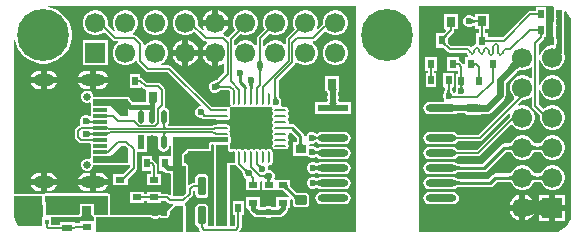
<source format=gtl>
G04*
G04 #@! TF.GenerationSoftware,Altium Limited,Altium Designer,24.10.1 (45)*
G04*
G04 Layer_Physical_Order=1*
G04 Layer_Color=255*
%FSLAX43Y43*%
%MOMM*%
G71*
G04*
G04 #@! TF.SameCoordinates,42E592E9-8C64-4E94-A1C9-D7A561327A4F*
G04*
G04*
G04 #@! TF.FilePolarity,Positive*
G04*
G01*
G75*
%ADD12C,0.500*%
%ADD13C,0.254*%
G04:AMPARAMS|DCode=22|XSize=1.156mm|YSize=0.536mm|CornerRadius=0.268mm|HoleSize=0mm|Usage=FLASHONLY|Rotation=90.000|XOffset=0mm|YOffset=0mm|HoleType=Round|Shape=RoundedRectangle|*
%AMROUNDEDRECTD22*
21,1,1.156,0.000,0,0,90.0*
21,1,0.620,0.536,0,0,90.0*
1,1,0.536,0.000,0.310*
1,1,0.536,0.000,-0.310*
1,1,0.536,0.000,-0.310*
1,1,0.536,0.000,0.310*
%
%ADD22ROUNDEDRECTD22*%
%ADD23R,0.536X1.156*%
%ADD24R,0.800X0.500*%
%ADD25R,1.150X0.300*%
%ADD26R,1.150X0.600*%
%ADD27R,0.600X0.800*%
G04:AMPARAMS|DCode=28|XSize=0.65mm|YSize=1.6mm|CornerRadius=0.114mm|HoleSize=0mm|Usage=FLASHONLY|Rotation=180.000|XOffset=0mm|YOffset=0mm|HoleType=Round|Shape=RoundedRectangle|*
%AMROUNDEDRECTD28*
21,1,0.650,1.373,0,0,180.0*
21,1,0.422,1.600,0,0,180.0*
1,1,0.228,-0.211,0.686*
1,1,0.228,0.211,0.686*
1,1,0.228,0.211,-0.686*
1,1,0.228,-0.211,-0.686*
%
%ADD28ROUNDEDRECTD28*%
%ADD29R,0.650X1.600*%
G04:AMPARAMS|DCode=30|XSize=2.598mm|YSize=0.622mm|CornerRadius=0.311mm|HoleSize=0mm|Usage=FLASHONLY|Rotation=0.000|XOffset=0mm|YOffset=0mm|HoleType=Round|Shape=RoundedRectangle|*
%AMROUNDEDRECTD30*
21,1,2.598,0.000,0,0,0.0*
21,1,1.976,0.622,0,0,0.0*
1,1,0.622,0.988,0.000*
1,1,0.622,-0.988,0.000*
1,1,0.622,-0.988,0.000*
1,1,0.622,0.988,0.000*
%
%ADD30ROUNDEDRECTD30*%
%ADD31R,2.598X0.622*%
%ADD32R,0.830X0.625*%
G04:AMPARAMS|DCode=33|XSize=0.8mm|YSize=1mm|CornerRadius=0.1mm|HoleSize=0mm|Usage=FLASHONLY|Rotation=270.000|XOffset=0mm|YOffset=0mm|HoleType=Round|Shape=RoundedRectangle|*
%AMROUNDEDRECTD33*
21,1,0.800,0.800,0,0,270.0*
21,1,0.600,1.000,0,0,270.0*
1,1,0.200,-0.400,-0.300*
1,1,0.200,-0.400,0.300*
1,1,0.200,0.400,0.300*
1,1,0.200,0.400,-0.300*
%
%ADD33ROUNDEDRECTD33*%
%ADD34R,0.500X0.800*%
G04:AMPARAMS|DCode=35|XSize=0.2mm|YSize=0.95mm|CornerRadius=0.05mm|HoleSize=0mm|Usage=FLASHONLY|Rotation=90.000|XOffset=0mm|YOffset=0mm|HoleType=Round|Shape=RoundedRectangle|*
%AMROUNDEDRECTD35*
21,1,0.200,0.850,0,0,90.0*
21,1,0.100,0.950,0,0,90.0*
1,1,0.100,0.425,0.050*
1,1,0.100,0.425,-0.050*
1,1,0.100,-0.425,-0.050*
1,1,0.100,-0.425,0.050*
%
%ADD35ROUNDEDRECTD35*%
G04:AMPARAMS|DCode=36|XSize=0.2mm|YSize=0.95mm|CornerRadius=0.05mm|HoleSize=0mm|Usage=FLASHONLY|Rotation=0.000|XOffset=0mm|YOffset=0mm|HoleType=Round|Shape=RoundedRectangle|*
%AMROUNDEDRECTD36*
21,1,0.200,0.850,0,0,0.0*
21,1,0.100,0.950,0,0,0.0*
1,1,0.100,0.050,-0.425*
1,1,0.100,-0.050,-0.425*
1,1,0.100,-0.050,0.425*
1,1,0.100,0.050,0.425*
%
%ADD36ROUNDEDRECTD36*%
%ADD37R,0.950X0.200*%
%ADD38R,0.800X0.900*%
%ADD39R,0.900X0.800*%
%ADD40C,0.800*%
%ADD41C,0.650*%
%ADD42O,2.100X1.000*%
%ADD43O,1.800X1.000*%
G04:AMPARAMS|DCode=44|XSize=1.7mm|YSize=1.7mm|CornerRadius=0.85mm|HoleSize=0mm|Usage=FLASHONLY|Rotation=180.000|XOffset=0mm|YOffset=0mm|HoleType=Round|Shape=RoundedRectangle|*
%AMROUNDEDRECTD44*
21,1,1.700,0.000,0,0,180.0*
21,1,0.000,1.700,0,0,180.0*
1,1,1.700,0.000,0.000*
1,1,1.700,0.000,0.000*
1,1,1.700,0.000,0.000*
1,1,1.700,0.000,0.000*
%
%ADD44ROUNDEDRECTD44*%
%ADD45R,1.700X1.700*%
G04:AMPARAMS|DCode=46|XSize=1.7mm|YSize=1.7mm|CornerRadius=0.85mm|HoleSize=0mm|Usage=FLASHONLY|Rotation=90.000|XOffset=0mm|YOffset=0mm|HoleType=Round|Shape=RoundedRectangle|*
%AMROUNDEDRECTD46*
21,1,1.700,0.000,0,0,90.0*
21,1,0.000,1.700,0,0,90.0*
1,1,1.700,0.000,0.000*
1,1,1.700,0.000,0.000*
1,1,1.700,0.000,0.000*
1,1,1.700,0.000,0.000*
%
%ADD46ROUNDEDRECTD46*%
%ADD47R,1.700X1.700*%
%ADD52R,0.350X0.660*%
%ADD53R,0.350X0.430*%
%ADD54R,1.250X1.100*%
%ADD75C,0.144*%
%ADD76C,0.146*%
%ADD77R,3.200X3.200*%
%ADD78C,0.400*%
%ADD79C,0.300*%
%ADD80C,0.295*%
%ADD81C,0.180*%
%ADD82C,0.295*%
%ADD83C,0.600*%
%ADD84C,1.000*%
%ADD85C,4.400*%
%ADD86C,0.600*%
%ADD87C,1.000*%
G36*
X44799Y18713D02*
X44797Y18727D01*
X44793Y18739D01*
X44786Y18750D01*
X44775Y18760D01*
X44762Y18768D01*
X44745Y18774D01*
X44726Y18779D01*
X44704Y18783D01*
X44678Y18785D01*
X44650Y18786D01*
Y18932D01*
X44678Y18933D01*
X44704Y18935D01*
X44726Y18938D01*
X44745Y18944D01*
X44762Y18950D01*
X44775Y18958D01*
X44786Y18968D01*
X44793Y18979D01*
X44797Y18991D01*
X44799Y19005D01*
Y18713D01*
D02*
G37*
G36*
X39190Y18470D02*
X39232Y18442D01*
X39278Y18418D01*
X39325Y18396D01*
X39376Y18378D01*
X39429Y18363D01*
X39485Y18352D01*
X39543Y18344D01*
X39559Y18342D01*
X39566Y18344D01*
X39585Y18349D01*
X39602Y18355D01*
X39615Y18363D01*
X39625Y18373D01*
X39633Y18384D01*
X39637Y18396D01*
X39639Y18410D01*
Y18338D01*
X39668Y18337D01*
X39663Y18191D01*
X39639Y18191D01*
Y18118D01*
X39637Y18132D01*
X39633Y18144D01*
X39625Y18155D01*
X39615Y18165D01*
X39602Y18173D01*
X39585Y18179D01*
X39566Y18185D01*
X39559Y18186D01*
X39476Y18178D01*
X39420Y18167D01*
X39366Y18154D01*
X39316Y18137D01*
X39268Y18118D01*
X39224Y18095D01*
X39182Y18069D01*
X39144Y18041D01*
X39150Y18502D01*
X39190Y18470D01*
D02*
G37*
G36*
X46781Y18458D02*
X46773Y18446D01*
X46766Y18426D01*
X46760Y18398D01*
X46755Y18362D01*
X46747Y18266D01*
X46746Y18233D01*
X46763Y17990D01*
X46770Y17970D01*
X46777Y17958D01*
X46785Y17954D01*
X46291D01*
X46301Y17958D01*
X46310Y17970D01*
X46317Y17990D01*
X46324Y18018D01*
X46330Y18054D01*
X46338Y18150D01*
X46339Y18186D01*
X46326Y18398D01*
X46320Y18426D01*
X46313Y18446D01*
X46305Y18458D01*
X46296Y18462D01*
X46790D01*
X46781Y18458D01*
D02*
G37*
G36*
X40165Y17816D02*
X40152Y17811D01*
X40141Y17804D01*
X40132Y17794D01*
X40124Y17781D01*
X40117Y17765D01*
X40112Y17746D01*
X40109Y17724D01*
X40106Y17699D01*
X40106Y17671D01*
X39960D01*
X39959Y17699D01*
X39957Y17724D01*
X39953Y17746D01*
X39948Y17765D01*
X39942Y17781D01*
X39934Y17794D01*
X39924Y17804D01*
X39913Y17811D01*
X39901Y17816D01*
X39887Y17817D01*
X40179D01*
X40165Y17816D01*
D02*
G37*
G36*
X37537Y17797D02*
X37524Y17793D01*
X37513Y17785D01*
X37504Y17775D01*
X37496Y17762D01*
X37489Y17745D01*
X37484Y17726D01*
X37481Y17704D01*
X37478Y17678D01*
X37478Y17650D01*
X37332D01*
X37331Y17678D01*
X37329Y17704D01*
X37325Y17726D01*
X37320Y17745D01*
X37314Y17762D01*
X37306Y17775D01*
X37296Y17785D01*
X37285Y17793D01*
X37273Y17797D01*
X37259Y17799D01*
X37551D01*
X37537Y17797D01*
D02*
G37*
G36*
X44794Y17411D02*
X44793Y17425D01*
X44788Y17437D01*
X44781Y17448D01*
X44770Y17458D01*
X44757Y17466D01*
X44740Y17472D01*
X44721Y17478D01*
X44699Y17481D01*
X44673Y17483D01*
X44645Y17484D01*
Y17630D01*
X44673Y17631D01*
X44699Y17633D01*
X44721Y17636D01*
X44740Y17642D01*
X44757Y17648D01*
X44770Y17656D01*
X44781Y17666D01*
X44788Y17677D01*
X44793Y17689D01*
X44794Y17703D01*
Y17411D01*
D02*
G37*
G36*
X40113Y17129D02*
X40115Y17094D01*
X40117Y17080D01*
X40120Y17069D01*
X40124Y17059D01*
X40128Y17051D01*
X40133Y17046D01*
X40138Y17043D01*
X40144Y17041D01*
X39934D01*
X39940Y17043D01*
X39946Y17046D01*
X39951Y17051D01*
X39955Y17059D01*
X39958Y17069D01*
X39961Y17080D01*
X39964Y17094D01*
X39965Y17111D01*
X39966Y17150D01*
X40112D01*
X40113Y17129D01*
D02*
G37*
G36*
X37062Y17053D02*
X37033Y17023D01*
X36987Y16970D01*
X36971Y16946D01*
X36958Y16924D01*
X36950Y16905D01*
X36946Y16887D01*
Y16872D01*
X36950Y16858D01*
X36958Y16847D01*
X36752Y17053D01*
X36764Y17045D01*
X36777Y17041D01*
X36793D01*
X36810Y17045D01*
X36830Y17053D01*
X36851Y17065D01*
X36875Y17082D01*
X36901Y17103D01*
X36958Y17156D01*
X37062Y17053D01*
D02*
G37*
G36*
X45170Y17162D02*
X45157Y17157D01*
X45147Y17150D01*
X45137Y17139D01*
X45129Y17126D01*
X45122Y17109D01*
X45117Y17090D01*
X45114Y17068D01*
X45112Y17043D01*
X45111Y17014D01*
X44965D01*
X44964Y17043D01*
X44962Y17068D01*
X44958Y17090D01*
X44953Y17109D01*
X44947Y17126D01*
X44939Y17139D01*
X44929Y17150D01*
X44918Y17157D01*
X44906Y17162D01*
X44892Y17163D01*
X45184D01*
X45170Y17162D01*
D02*
G37*
G36*
X46776Y17156D02*
X46768Y17144D01*
X46761Y17124D01*
X46755Y17096D01*
X46750Y17060D01*
X46742Y16964D01*
X46738Y16760D01*
X46338D01*
X46337Y16836D01*
X46321Y17096D01*
X46315Y17124D01*
X46308Y17144D01*
X46300Y17156D01*
X46291Y17160D01*
X46785D01*
X46776Y17156D01*
D02*
G37*
G36*
X40338Y16780D02*
X40342Y16767D01*
X40349Y16756D01*
X40360Y16747D01*
X40373Y16739D01*
X40389Y16732D01*
X40408Y16727D01*
X40430Y16723D01*
X40454Y16721D01*
X40482Y16720D01*
Y16575D01*
X40454Y16574D01*
X40430Y16572D01*
X40408Y16568D01*
X40389Y16563D01*
X40373Y16556D01*
X40360Y16548D01*
X40349Y16539D01*
X40342Y16528D01*
X40338Y16516D01*
X40336Y16502D01*
Y16793D01*
X40338Y16780D01*
D02*
G37*
G36*
X36950Y16454D02*
X36946Y16441D01*
Y16425D01*
X36950Y16408D01*
X36958Y16388D01*
X36971Y16366D01*
X36987Y16343D01*
X37008Y16317D01*
X37062Y16259D01*
X36958Y16156D01*
X36929Y16185D01*
X36875Y16230D01*
X36851Y16247D01*
X36830Y16259D01*
X36810Y16267D01*
X36793Y16272D01*
X36777D01*
X36764Y16267D01*
X36752Y16259D01*
X36958Y16465D01*
X36950Y16454D01*
D02*
G37*
G36*
X46738Y16254D02*
X46738Y16132D01*
X46777Y15549D01*
X46786Y15526D01*
X46138Y16034D01*
X46176Y16010D01*
X46210Y15998D01*
X46240Y16000D01*
X46266Y16014D01*
X46288Y16042D01*
X46306Y16083D01*
X46320Y16138D01*
X46330Y16205D01*
X46336Y16286D01*
X46338Y16380D01*
X46738Y16254D01*
D02*
G37*
G36*
X46073Y19578D02*
X46093Y19459D01*
X46093D01*
Y18471D01*
X46092Y18468D01*
X46093Y18465D01*
X46092Y18462D01*
X46093Y18458D01*
Y18259D01*
X46093Y18259D01*
X46088Y18157D01*
X46088D01*
Y17960D01*
X46087Y17955D01*
X46087Y17955D01*
X46087Y17954D01*
X46088Y17950D01*
Y17169D01*
X46087Y17166D01*
X46088Y17163D01*
X46087Y17160D01*
X46088Y17156D01*
Y16957D01*
X46125D01*
X46130Y16884D01*
Y16268D01*
X46129Y16250D01*
X45862D01*
X45595Y16178D01*
X45355Y16040D01*
X45160Y15845D01*
X45022Y15605D01*
X44967Y15400D01*
X44840Y15417D01*
Y16321D01*
X45235Y16716D01*
X45295Y16806D01*
X45316Y16913D01*
Y16957D01*
X45488D01*
Y18157D01*
X45488D01*
X45493Y18259D01*
X45493D01*
X45493Y18282D01*
Y19459D01*
X44593D01*
Y19137D01*
X44116D01*
X44010Y19116D01*
X43920Y19056D01*
X41790Y16926D01*
X40539D01*
Y17248D01*
X40311D01*
Y17614D01*
X40633D01*
Y18914D01*
X39433D01*
Y18711D01*
X39429Y18704D01*
X39393Y18670D01*
X39322Y18641D01*
X39306Y18639D01*
X39276Y18662D01*
X39272Y18664D01*
X39238Y18698D01*
X39054Y18774D01*
X38855D01*
X38672Y18698D01*
X38531Y18557D01*
X38455Y18374D01*
Y18175D01*
X38531Y17991D01*
X38672Y17850D01*
X38855Y17774D01*
X39054D01*
X39238Y17850D01*
X39265Y17877D01*
X39265Y17877D01*
X39297Y17900D01*
X39306Y17906D01*
X39368Y17887D01*
X39407Y17862D01*
X39433Y17828D01*
X39433Y17827D01*
Y17614D01*
X39754D01*
Y17248D01*
X39539D01*
Y16343D01*
X39412Y16318D01*
X39256Y16214D01*
X39209Y16143D01*
X39146Y16060D01*
X39046Y16111D01*
X38982Y16153D01*
X38797Y16190D01*
Y16186D01*
X37425D01*
X37182Y16429D01*
X37163Y16450D01*
X37162Y16451D01*
Y16461D01*
X37162Y16465D01*
X37162Y16470D01*
Y16842D01*
X37162Y16847D01*
X37162Y16851D01*
Y16860D01*
X37178Y16879D01*
X37602Y17303D01*
X37662Y17393D01*
X37683Y17499D01*
Y17593D01*
X38005D01*
Y18893D01*
X36805D01*
Y17593D01*
X36939D01*
X36987Y17475D01*
X36789Y17277D01*
X36768Y17257D01*
X36766Y17256D01*
X36757D01*
X36752Y17257D01*
X36748Y17256D01*
X36162D01*
Y16056D01*
X36748D01*
X36752Y16055D01*
X36757Y16056D01*
X36765D01*
X36784Y16040D01*
X37113Y15711D01*
X37203Y15651D01*
X37310Y15630D01*
X38730D01*
X38751Y15524D01*
X38856Y15367D01*
X38875Y15355D01*
X38836Y15228D01*
X38589D01*
Y14684D01*
X38543Y14654D01*
X38462Y14635D01*
X38265Y14833D01*
X38175Y14893D01*
X38112Y14906D01*
Y15236D01*
X37112D01*
Y14036D01*
X38008D01*
Y13844D01*
X37836D01*
Y12644D01*
X37836Y12644D01*
X37836D01*
X37829Y12520D01*
X37793Y12433D01*
Y12312D01*
X37685Y12199D01*
X37675Y12196D01*
X37643Y12199D01*
X37626Y12239D01*
X37600Y12265D01*
X37577Y12296D01*
X37561Y12322D01*
X37546Y12352D01*
X37533Y12385D01*
X37521Y12422D01*
X37511Y12462D01*
X37503Y12504D01*
X37498Y12559D01*
X37584Y12686D01*
X37665D01*
Y13886D01*
X36765D01*
Y12686D01*
X36839D01*
X36842Y12684D01*
X36931Y12569D01*
X36931Y12559D01*
X36926Y12521D01*
X36917Y12479D01*
X36906Y12440D01*
X36893Y12404D01*
X36878Y12371D01*
X36861Y12340D01*
X36842Y12311D01*
X36815Y12278D01*
X36813Y12273D01*
X36779Y12239D01*
X36702Y12055D01*
Y11856D01*
X36779Y11672D01*
X36858Y11593D01*
X36805Y11466D01*
X35590D01*
X35391Y11426D01*
X35222Y11313D01*
X35109Y11144D01*
X35069Y10945D01*
X35109Y10746D01*
X35222Y10577D01*
X35391Y10464D01*
X35590Y10424D01*
X37566D01*
X37696Y10450D01*
X37712Y10452D01*
X37720Y10455D01*
X37765Y10464D01*
X37770Y10467D01*
X37775Y10468D01*
X38086Y10486D01*
X38493D01*
X38517Y10485D01*
X38579Y10477D01*
X38627Y10468D01*
X38652Y10461D01*
Y10313D01*
X38851D01*
X38855Y10313D01*
X38860Y10313D01*
X39745D01*
X39749Y10313D01*
X39754Y10313D01*
X39763D01*
X39765Y10313D01*
X39766Y10313D01*
X39952D01*
Y10388D01*
X40171Y10404D01*
X40431D01*
X40626Y10442D01*
X40791Y10553D01*
X41893Y11654D01*
X42003Y11820D01*
X42042Y12015D01*
Y13061D01*
X42967Y13986D01*
X43027Y14038D01*
X43110Y14103D01*
X43183Y14152D01*
X43228Y14175D01*
X43322Y14150D01*
X43449D01*
X43458Y14148D01*
X43467Y14150D01*
X43598D01*
X43865Y14222D01*
X44105Y14360D01*
X44166Y14421D01*
X44283Y14372D01*
Y13488D01*
X44166Y13439D01*
X44105Y13500D01*
X43865Y13638D01*
X43598Y13710D01*
X43322D01*
X43055Y13638D01*
X42815Y13500D01*
X42620Y13305D01*
X42482Y13065D01*
X42410Y12798D01*
Y12522D01*
X42482Y12255D01*
X42620Y12015D01*
X42767Y11868D01*
X42784Y11706D01*
X39762Y8683D01*
X37995D01*
X37934Y8773D01*
X37765Y8886D01*
X37566Y8926D01*
X35590D01*
X35391Y8886D01*
X35222Y8773D01*
X35109Y8604D01*
X35069Y8405D01*
X35109Y8206D01*
X35222Y8037D01*
X35391Y7924D01*
X35590Y7884D01*
X37566D01*
X37765Y7924D01*
X37934Y8037D01*
X37995Y8127D01*
X39877D01*
X39983Y8148D01*
X40074Y8208D01*
X42335Y10470D01*
X42449Y10404D01*
X42410Y10258D01*
Y10240D01*
X42408Y10238D01*
X42386Y10211D01*
X39588Y7413D01*
X37995D01*
X37934Y7503D01*
X37765Y7616D01*
X37566Y7656D01*
X35590D01*
X35391Y7616D01*
X35222Y7503D01*
X35109Y7334D01*
X35069Y7135D01*
X35109Y6936D01*
X35222Y6767D01*
X35391Y6654D01*
X35590Y6614D01*
X37566D01*
X37765Y6654D01*
X37934Y6767D01*
X37995Y6857D01*
X39704D01*
X39810Y6878D01*
X39900Y6938D01*
X42479Y9517D01*
X42605Y9501D01*
X42620Y9475D01*
X42815Y9280D01*
X43055Y9142D01*
X43322Y9070D01*
X43598D01*
X43865Y9142D01*
X44105Y9280D01*
X44300Y9475D01*
X44438Y9715D01*
X44510Y9982D01*
Y10258D01*
X44438Y10525D01*
X44300Y10765D01*
X44105Y10960D01*
X43865Y11098D01*
X43598Y11170D01*
X43322D01*
X43176Y11131D01*
X43110Y11245D01*
X43457Y11592D01*
X43462Y11596D01*
X43474Y11605D01*
X43481Y11610D01*
X43598D01*
X43865Y11682D01*
X44105Y11820D01*
X44166Y11881D01*
X44283Y11832D01*
Y11129D01*
X44304Y11023D01*
X44365Y10932D01*
X44969Y10328D01*
X44950Y10258D01*
Y9982D01*
X45022Y9715D01*
X45160Y9475D01*
X45355Y9280D01*
X45595Y9142D01*
X45862Y9070D01*
X46138D01*
X46405Y9142D01*
X46645Y9280D01*
X46840Y9475D01*
X46978Y9715D01*
X47050Y9982D01*
Y10258D01*
X46978Y10525D01*
X46840Y10765D01*
X46645Y10960D01*
X46405Y11098D01*
X46138Y11170D01*
X45862D01*
X45595Y11098D01*
X45355Y10960D01*
X45239Y10844D01*
X44840Y11244D01*
Y12443D01*
X44967Y12460D01*
X45022Y12255D01*
X45160Y12015D01*
X45355Y11820D01*
X45595Y11682D01*
X45862Y11610D01*
X46138D01*
X46405Y11682D01*
X46645Y11820D01*
X46840Y12015D01*
X46978Y12255D01*
X47050Y12522D01*
Y12798D01*
X46978Y13065D01*
X46840Y13305D01*
X46645Y13500D01*
X46405Y13638D01*
X46138Y13710D01*
X45862D01*
X45595Y13638D01*
X45355Y13500D01*
X45160Y13305D01*
X45022Y13065D01*
X44967Y12860D01*
X44840Y12877D01*
Y14983D01*
X44967Y15000D01*
X45022Y14795D01*
X45160Y14555D01*
X45355Y14360D01*
X45595Y14222D01*
X45862Y14150D01*
X46138D01*
X46405Y14222D01*
X46645Y14360D01*
X46840Y14555D01*
X46978Y14795D01*
X47050Y15062D01*
Y15338D01*
X46978Y15605D01*
X46978Y15607D01*
X46946Y16087D01*
Y16947D01*
X46946Y16954D01*
X46946Y16957D01*
X46988D01*
Y17156D01*
X46989Y17160D01*
X46988Y17163D01*
X46989Y17166D01*
X46988Y17169D01*
Y17938D01*
X46988Y17939D01*
X46988Y17942D01*
Y17950D01*
X46989Y17954D01*
X46988Y17958D01*
Y18134D01*
X46993Y18259D01*
X46993Y18259D01*
X46993D01*
Y18458D01*
X46994Y18462D01*
X46993Y18465D01*
X46994Y18468D01*
X46993Y18471D01*
Y19078D01*
X47120Y19131D01*
X47236Y19015D01*
X47410Y18754D01*
X47530Y18464D01*
X47591Y18157D01*
Y18000D01*
Y2000D01*
Y1843D01*
X47530Y1535D01*
X47410Y1246D01*
X47236Y985D01*
X47014Y763D01*
X46753Y589D01*
X46463Y469D01*
X46156Y408D01*
X34682D01*
X34682Y10960D01*
Y19592D01*
X46059D01*
X46073Y19578D01*
D02*
G37*
G36*
X29327Y408D02*
X19533D01*
X19481Y535D01*
X19597Y651D01*
X19657Y741D01*
X19678Y847D01*
Y1857D01*
X19850D01*
Y3057D01*
X18950D01*
Y1857D01*
X19122D01*
Y963D01*
X19066Y907D01*
X18667D01*
Y6089D01*
X18945D01*
X18950Y6088D01*
X19050D01*
X19055Y6089D01*
X19100D01*
X19178Y6104D01*
X19188Y6111D01*
X19243Y6088D01*
X19303Y5998D01*
X19633Y5668D01*
X19666Y5630D01*
X19695Y5592D01*
X19720Y5555D01*
X19741Y5519D01*
X19758Y5485D01*
X19771Y5451D01*
X19781Y5419D01*
X19788Y5387D01*
X19794Y5347D01*
X19795Y5345D01*
Y5303D01*
X19871Y5119D01*
X20009Y4981D01*
X20055Y4874D01*
X20055Y4874D01*
X20055D01*
X20055Y4874D01*
Y3974D01*
X21255D01*
Y4654D01*
X21382Y4735D01*
X21387Y4733D01*
Y3966D01*
X22494D01*
X22620Y3963D01*
X22713Y3963D01*
X23175D01*
X23189Y3955D01*
X23214Y3939D01*
X23273Y3889D01*
X23681Y3481D01*
X23633Y3363D01*
X22620D01*
Y2518D01*
X22374D01*
X22260Y2524D01*
X22253Y2525D01*
X22244Y2534D01*
X22060Y2610D01*
X21862D01*
X21678Y2534D01*
X21678Y2534D01*
X21443Y2518D01*
X21255D01*
Y3374D01*
X20055D01*
Y2474D01*
X20144D01*
X20247Y2417D01*
X20278Y2261D01*
X20367Y2129D01*
X20674Y1822D01*
X20674Y1822D01*
X20806Y1733D01*
X20962Y1702D01*
X20962Y1702D01*
X21548D01*
X21662Y1696D01*
X21669Y1695D01*
X21678Y1686D01*
X21862Y1610D01*
X22060D01*
X22244Y1686D01*
X22245Y1686D01*
X22479Y1702D01*
X22875D01*
X22875Y1702D01*
X23031Y1733D01*
X23163Y1822D01*
X23509Y2167D01*
X23509Y2167D01*
X23597Y2299D01*
X23628Y2455D01*
Y2463D01*
X23820D01*
Y3176D01*
X23938Y3225D01*
X23952Y3210D01*
X23971Y3189D01*
X23997Y3156D01*
X24015Y3130D01*
Y2825D01*
X24038Y2708D01*
X24105Y2609D01*
X24204Y2543D01*
X24321Y2519D01*
X25121D01*
X25238Y2543D01*
X25337Y2609D01*
X25403Y2708D01*
X25427Y2825D01*
Y3425D01*
X25403Y3542D01*
X25337Y3641D01*
X25238Y3708D01*
X25121Y3731D01*
X24383D01*
X24322Y3783D01*
X23891Y4215D01*
X23844Y4264D01*
X23820Y4293D01*
Y4863D01*
X22713D01*
X22587Y4866D01*
X22529D01*
X22445Y4993D01*
X22475Y5066D01*
Y5265D01*
X22399Y5449D01*
X22258Y5589D01*
X22074Y5666D01*
X21933D01*
X21920Y5685D01*
Y5884D01*
X21884Y5972D01*
X21921Y6036D01*
X21973Y6088D01*
X22050D01*
X22148Y6107D01*
X22230Y6163D01*
X22285Y6245D01*
X22305Y6343D01*
Y7193D01*
X22285Y7290D01*
X22230Y7373D01*
X22148Y7428D01*
X22050Y7448D01*
X21950D01*
X21852Y7428D01*
X21770Y7373D01*
X21730D01*
X21648Y7428D01*
X21550Y7448D01*
X21450D01*
X21352Y7428D01*
X21270Y7373D01*
X21230D01*
X21148Y7428D01*
X21050Y7448D01*
X20950D01*
X20852Y7428D01*
X20770Y7373D01*
X20730D01*
X20648Y7428D01*
X20550Y7448D01*
X20450D01*
X20352Y7428D01*
X20270Y7373D01*
X20230D01*
X20148Y7428D01*
X20050Y7448D01*
X19950D01*
X19852Y7428D01*
X19770Y7373D01*
X19730D01*
X19648Y7428D01*
X19550Y7448D01*
X19450D01*
X19352Y7428D01*
X19244Y7387D01*
X19178Y7431D01*
X19100Y7447D01*
X19055D01*
X19050Y7448D01*
X18950D01*
X18945Y7447D01*
X18750D01*
X18704Y7492D01*
Y7688D01*
X18705Y7693D01*
Y7793D01*
X18704Y7798D01*
Y7843D01*
X18688Y7921D01*
X18681Y7932D01*
X18688Y7937D01*
X18732Y8003D01*
X18748Y8081D01*
Y8437D01*
X18732Y8516D01*
X18688Y8582D01*
X18685Y8595D01*
X18685Y8595D01*
X18705Y8693D01*
Y8793D01*
X18685Y8890D01*
X18683Y8895D01*
X18639Y8993D01*
X18683Y9091D01*
X18685Y9095D01*
X18705Y9193D01*
Y9293D01*
X18685Y9390D01*
X18630Y9473D01*
X18548Y9528D01*
X18450Y9548D01*
X17600D01*
X17502Y9528D01*
X17487Y9518D01*
X17438Y9506D01*
X17372Y9497D01*
X17326Y9478D01*
X17312Y9476D01*
X17293Y9465D01*
X17286Y9462D01*
X17272Y9456D01*
X17271Y9456D01*
X17207Y9429D01*
X17170Y9401D01*
X13448D01*
X13410Y9526D01*
X13410Y9528D01*
X13514Y9683D01*
X13550Y9865D01*
Y10485D01*
X13514Y10668D01*
X13410Y10823D01*
X13256Y10926D01*
X13198Y11024D01*
X13189Y11069D01*
X13206Y11153D01*
Y12467D01*
X13185Y12573D01*
X13124Y12664D01*
X12820Y12968D01*
X12729Y13029D01*
X12623Y13050D01*
X11673D01*
X11283Y13441D01*
X11192Y13501D01*
X11108Y13518D01*
Y13844D01*
X10208D01*
Y12644D01*
X11108D01*
Y12662D01*
X11226Y12710D01*
X11361Y12575D01*
X11451Y12515D01*
X11558Y12493D01*
X11594D01*
Y11463D01*
X10419D01*
X10277Y11605D01*
X10237Y11632D01*
Y11700D01*
X10221Y11778D01*
X10177Y11844D01*
X10111Y11888D01*
X10033Y11904D01*
X7128D01*
Y11994D01*
X7048Y12187D01*
X6900Y12335D01*
X6707Y12415D01*
X6498D01*
X6305Y12335D01*
X6157Y12187D01*
X6077Y11994D01*
Y11786D01*
X6157Y11593D01*
X6305Y11445D01*
X6498Y11365D01*
X6707D01*
X6793Y11401D01*
X6899Y11330D01*
Y11100D01*
X6903Y11080D01*
Y10297D01*
X6775Y10244D01*
X6766Y10254D01*
X6582Y10330D01*
X6383D01*
X6200Y10254D01*
X6059Y10113D01*
X5983Y9929D01*
Y9730D01*
X6021Y9639D01*
X6005Y9508D01*
X5961Y9477D01*
X5914Y9446D01*
X5668Y9200D01*
X5607Y9110D01*
X5586Y9003D01*
Y8481D01*
X5607Y8375D01*
X5668Y8285D01*
X5899Y8054D01*
X5989Y7994D01*
X6095Y7972D01*
X6267D01*
X6296Y7967D01*
X6806D01*
X6903Y7876D01*
Y6920D01*
X6899Y6900D01*
Y6670D01*
X6793Y6599D01*
X6707Y6635D01*
X6498D01*
X6305Y6555D01*
X6157Y6407D01*
X6077Y6214D01*
Y6006D01*
X6157Y5813D01*
X6305Y5665D01*
X6498Y5585D01*
X6707D01*
X6900Y5665D01*
X7048Y5813D01*
X7128Y6006D01*
Y6096D01*
X10033D01*
X10111Y6112D01*
X10134Y6127D01*
X10261Y6070D01*
Y5952D01*
X9650Y5340D01*
X9629Y5321D01*
X8824D01*
Y4421D01*
X10024D01*
Y4925D01*
X10039Y4943D01*
X10736Y5640D01*
X10796Y5730D01*
X10818Y5837D01*
Y7247D01*
X11641D01*
Y8599D01*
X12546D01*
X12623Y8472D01*
X12596Y8335D01*
Y7715D01*
X12632Y7532D01*
X12736Y7377D01*
X12890Y7274D01*
X13073Y7238D01*
X13256Y7274D01*
X13410Y7377D01*
X13514Y7532D01*
X13547Y7701D01*
X13674Y7688D01*
Y6944D01*
X13614Y6842D01*
X12714D01*
Y5642D01*
X13037D01*
X13123Y5556D01*
X13123Y5556D01*
X13256Y5468D01*
X13412Y5437D01*
X13626D01*
X13674Y5353D01*
Y3638D01*
X13610Y3597D01*
X13547Y3579D01*
X13474Y3628D01*
X13368Y3649D01*
X12861D01*
Y3821D01*
X11661D01*
Y3649D01*
X11427D01*
Y3821D01*
X10227D01*
Y2921D01*
X11427D01*
Y3093D01*
X11661D01*
Y2921D01*
X12861D01*
Y3093D01*
X13252D01*
X13420Y2925D01*
X13510Y2865D01*
X13616Y2844D01*
X13759D01*
X13856Y2835D01*
X13870Y2711D01*
X13447Y2287D01*
X13402Y2220D01*
X13387Y2142D01*
Y2023D01*
X13342Y1914D01*
X13258Y1831D01*
X13150Y1786D01*
X13032D01*
X12899Y1841D01*
X12875Y1857D01*
X12797Y1872D01*
X12694D01*
X12694Y1872D01*
X12616Y1857D01*
X12550Y1813D01*
X12533Y1796D01*
X12425Y1751D01*
X12307D01*
X12198Y1796D01*
X12181Y1813D01*
X12115Y1857D01*
X12037Y1872D01*
X8564Y1872D01*
Y2700D01*
Y3497D01*
X8548Y3575D01*
X8504Y3641D01*
X8438Y3685D01*
X8360Y3701D01*
X3011D01*
X2933Y3685D01*
X2894Y3659D01*
X2883Y3666D01*
X2805Y3682D01*
X412D01*
X407Y3686D01*
Y16681D01*
X534Y16694D01*
X592Y16400D01*
X773Y15963D01*
X1036Y15570D01*
X1370Y15236D01*
X1763Y14973D01*
X2200Y14792D01*
X2664Y14700D01*
X3136D01*
X3600Y14792D01*
X4037Y14973D01*
X4430Y15236D01*
X4764Y15570D01*
X5027Y15963D01*
X5208Y16400D01*
X5300Y16864D01*
Y17336D01*
X5208Y17800D01*
X5027Y18237D01*
X4764Y18630D01*
X4430Y18964D01*
X4037Y19227D01*
X3600Y19408D01*
X3313Y19465D01*
X3325Y19592D01*
X29327D01*
Y408D01*
D02*
G37*
G36*
X37910Y14768D02*
X37914Y14756D01*
X37922Y14745D01*
X37932Y14735D01*
X37945Y14727D01*
X37961Y14721D01*
X37980Y14716D01*
X38002Y14712D01*
X38027Y14710D01*
X38054Y14709D01*
Y14563D01*
X38027Y14562D01*
X38002Y14560D01*
X37980Y14557D01*
X37961Y14552D01*
X37945Y14545D01*
X37932Y14537D01*
X37922Y14527D01*
X37914Y14517D01*
X37910Y14504D01*
X37909Y14490D01*
Y14782D01*
X37910Y14768D01*
D02*
G37*
G36*
X39388Y14760D02*
X39392Y14747D01*
X39399Y14736D01*
X39410Y14727D01*
X39423Y14719D01*
X39439Y14712D01*
X39458Y14707D01*
X39480Y14703D01*
X39504Y14701D01*
X39532Y14700D01*
Y14555D01*
X39504Y14554D01*
X39480Y14552D01*
X39458Y14548D01*
X39439Y14543D01*
X39423Y14536D01*
X39410Y14528D01*
X39399Y14519D01*
X39392Y14508D01*
X39388Y14496D01*
X39386Y14482D01*
Y14773D01*
X39388Y14760D01*
D02*
G37*
G36*
X43458Y14352D02*
X43412Y14387D01*
X43360Y14406D01*
X43300Y14409D01*
X43233Y14397D01*
X43160Y14370D01*
X43079Y14327D01*
X42991Y14269D01*
X42897Y14196D01*
X42795Y14107D01*
X42686Y14002D01*
X42262Y14426D01*
X42367Y14535D01*
X42529Y14731D01*
X42587Y14819D01*
X42630Y14900D01*
X42657Y14973D01*
X42669Y15040D01*
X42666Y15100D01*
X42647Y15152D01*
X42612Y15198D01*
X43458Y14352D01*
D02*
G37*
G36*
X41121Y14232D02*
X41109Y14228D01*
X41098Y14220D01*
X41088Y14210D01*
X41080Y14196D01*
X41074Y14180D01*
X41069Y14161D01*
X41065Y14138D01*
X41063Y14113D01*
X41062Y14085D01*
X40916D01*
X40916Y14113D01*
X40914Y14138D01*
X40910Y14161D01*
X40905Y14180D01*
X40898Y14196D01*
X40890Y14210D01*
X40881Y14220D01*
X40870Y14228D01*
X40857Y14232D01*
X40844Y14234D01*
X41135D01*
X41121Y14232D01*
D02*
G37*
G36*
X39860Y13759D02*
X39862Y13734D01*
X39866Y13711D01*
X39871Y13692D01*
X39877Y13676D01*
X39885Y13662D01*
X39895Y13652D01*
X39906Y13644D01*
X39918Y13640D01*
X39932Y13638D01*
X39640D01*
X39654Y13640D01*
X39667Y13644D01*
X39678Y13652D01*
X39687Y13662D01*
X39695Y13676D01*
X39702Y13692D01*
X39707Y13711D01*
X39710Y13734D01*
X39713Y13759D01*
X39713Y13787D01*
X39859D01*
X39860Y13759D01*
D02*
G37*
G36*
X38360D02*
X38362Y13734D01*
X38366Y13711D01*
X38371Y13692D01*
X38377Y13676D01*
X38385Y13662D01*
X38395Y13652D01*
X38406Y13644D01*
X38418Y13640D01*
X38432Y13638D01*
X38140D01*
X38154Y13640D01*
X38167Y13644D01*
X38178Y13652D01*
X38187Y13662D01*
X38195Y13676D01*
X38202Y13692D01*
X38207Y13711D01*
X38210Y13734D01*
X38213Y13759D01*
X38213Y13787D01*
X38359D01*
X38360Y13759D01*
D02*
G37*
G36*
X10904Y13376D02*
X10908Y13363D01*
X10916Y13352D01*
X10926Y13343D01*
X10940Y13335D01*
X10956Y13328D01*
X10975Y13323D01*
X10998Y13320D01*
X11023Y13317D01*
X11051Y13317D01*
Y13171D01*
X11023Y13170D01*
X10998Y13168D01*
X10975Y13164D01*
X10956Y13159D01*
X10940Y13153D01*
X10926Y13145D01*
X10916Y13135D01*
X10908Y13124D01*
X10904Y13112D01*
X10902Y13098D01*
Y13390D01*
X10904Y13376D01*
D02*
G37*
G36*
X37347Y12891D02*
X37334Y12887D01*
X37323Y12879D01*
X37314Y12869D01*
X37306Y12855D01*
X37299Y12839D01*
X37294Y12820D01*
X37290Y12797D01*
X37288Y12772D01*
X37287Y12744D01*
X37142D01*
X37141Y12772D01*
X37139Y12797D01*
X37135Y12820D01*
X37130Y12839D01*
X37123Y12855D01*
X37115Y12869D01*
X37106Y12879D01*
X37095Y12887D01*
X37083Y12891D01*
X37069Y12893D01*
X37360D01*
X37347Y12891D01*
D02*
G37*
G36*
X38361Y12982D02*
X38366Y12920D01*
X38374Y12862D01*
X38377Y12847D01*
X38432D01*
X38418Y12846D01*
X38406Y12842D01*
X38395Y12834D01*
X38385Y12824D01*
X38382Y12819D01*
X38385Y12806D01*
X38400Y12753D01*
X38418Y12702D01*
X38439Y12654D01*
X38463Y12609D01*
X38491Y12567D01*
X38521Y12528D01*
X38061Y12523D01*
X38090Y12562D01*
X38116Y12604D01*
X38138Y12649D01*
X38158Y12696D01*
X38175Y12747D01*
X38189Y12800D01*
X38192Y12816D01*
X38187Y12824D01*
X38178Y12834D01*
X38167Y12842D01*
X38154Y12846D01*
X38140Y12847D01*
X38198D01*
X38200Y12856D01*
X38207Y12915D01*
X38212Y12978D01*
X38213Y13043D01*
X38359Y13046D01*
X38361Y12982D01*
D02*
G37*
G36*
X37287Y12663D02*
X37289Y12598D01*
X37301Y12476D01*
X37311Y12419D01*
X37325Y12366D01*
X37341Y12315D01*
X37360Y12268D01*
X37383Y12223D01*
X37408Y12182D01*
X37436Y12144D01*
X36975Y12151D01*
X37007Y12191D01*
X37035Y12234D01*
X37060Y12279D01*
X37082Y12327D01*
X37100Y12377D01*
X37115Y12430D01*
X37127Y12486D01*
X37135Y12545D01*
X37140Y12606D01*
X37142Y12669D01*
X37287Y12663D01*
D02*
G37*
G36*
X43490Y11815D02*
X43472Y11817D01*
X43454Y11816D01*
X43436Y11812D01*
X43417Y11806D01*
X43397Y11797D01*
X43376Y11785D01*
X43355Y11771D01*
X43333Y11754D01*
X43311Y11735D01*
X43288Y11713D01*
X43114Y11745D01*
X43135Y11767D01*
X43152Y11787D01*
X43165Y11805D01*
X43173Y11821D01*
X43178Y11835D01*
X43178Y11847D01*
X43175Y11857D01*
X43167Y11865D01*
X43155Y11871D01*
X43139Y11875D01*
X43490Y11815D01*
D02*
G37*
G36*
X12465Y11430D02*
X12435Y11418D01*
X12409Y11399D01*
X12386Y11373D01*
X12367Y11339D01*
X12351Y11297D01*
X12339Y11248D01*
X12330Y11191D01*
X12325Y11127D01*
X12323Y11055D01*
X11923D01*
X11922Y11126D01*
X11912Y11247D01*
X11903Y11295D01*
X11891Y11337D01*
X11878Y11371D01*
X11861Y11397D01*
X11842Y11416D01*
X11821Y11427D01*
X11797Y11431D01*
X12498Y11434D01*
X12465Y11430D01*
D02*
G37*
G36*
X37674Y11236D02*
X37709Y11227D01*
X37751Y11220D01*
X37857Y11208D01*
X37991Y11200D01*
X38246Y11195D01*
Y10695D01*
X38154Y10694D01*
X37751Y10670D01*
X37709Y10663D01*
X37674Y10654D01*
X37646Y10645D01*
Y11245D01*
X37674Y11236D01*
D02*
G37*
G36*
X12323Y10939D02*
X12343Y10647D01*
X12348Y10630D01*
X12354Y10619D01*
X11892D01*
X11898Y10630D01*
X11903Y10647D01*
X11908Y10671D01*
X11912Y10700D01*
X11918Y10777D01*
X11923Y11005D01*
X12323D01*
X12323Y10939D01*
D02*
G37*
G36*
X39755Y11292D02*
X39773Y11275D01*
X39803Y11261D01*
X39845Y11248D01*
X39899Y11238D01*
X39965Y11229D01*
X40133Y11217D01*
X40349Y11213D01*
Y10613D01*
X40235Y10612D01*
X39899Y10589D01*
X39845Y10579D01*
X39803Y10566D01*
X39773Y10551D01*
X39755Y10535D01*
X39749Y10516D01*
Y11310D01*
X39755Y11292D01*
D02*
G37*
G36*
X38855Y10516D02*
X38850Y10550D01*
X38835Y10581D01*
X38810Y10608D01*
X38775Y10631D01*
X38730Y10650D01*
X38675Y10666D01*
X38610Y10679D01*
X38535Y10688D01*
X38450Y10693D01*
X38355Y10695D01*
Y11195D01*
X38450Y11196D01*
X38675Y11213D01*
X38730Y11224D01*
X38775Y11237D01*
X38810Y11252D01*
X38835Y11269D01*
X38850Y11288D01*
X38855Y11310D01*
Y10516D01*
D02*
G37*
G36*
X45179Y10616D02*
X45199Y10599D01*
X45217Y10586D01*
X45234Y10577D01*
X45249Y10571D01*
X45262Y10569D01*
X45274Y10570D01*
X45284Y10576D01*
X45293Y10585D01*
X45300Y10597D01*
X45176Y10310D01*
X45181Y10325D01*
X45182Y10340D01*
X45181Y10356D01*
X45177Y10374D01*
X45171Y10391D01*
X45161Y10410D01*
X45149Y10430D01*
X45133Y10450D01*
X45115Y10471D01*
X45094Y10493D01*
X45157Y10636D01*
X45179Y10616D01*
D02*
G37*
G36*
X10033Y10239D02*
X9472Y10239D01*
X8611Y11100D01*
X7102D01*
Y11700D01*
X10033D01*
Y10239D01*
D02*
G37*
G36*
X8248Y10382D02*
X8252Y10370D01*
X8260Y10359D01*
X8270Y10349D01*
X8284Y10341D01*
X8300Y10335D01*
X8319Y10329D01*
X8342Y10326D01*
X8367Y10324D01*
X8395Y10323D01*
Y10177D01*
X8367Y10176D01*
X8342Y10174D01*
X8319Y10171D01*
X8300Y10165D01*
X8284Y10159D01*
X8270Y10151D01*
X8260Y10141D01*
X8252Y10130D01*
X8248Y10118D01*
X8246Y10104D01*
Y10396D01*
X8248Y10382D01*
D02*
G37*
G36*
X42652Y9876D02*
X42650Y9893D01*
X42645Y9906D01*
X42638Y9915D01*
X42628Y9919D01*
X42616Y9919D01*
X42602Y9914D01*
X42586Y9905D01*
X42567Y9891D01*
X42546Y9873D01*
X42522Y9851D01*
X42508Y10043D01*
X42532Y10067D01*
X42571Y10115D01*
X42587Y10137D01*
X42600Y10159D01*
X42610Y10181D01*
X42618Y10201D01*
X42623Y10222D01*
X42626Y10241D01*
X42626Y10260D01*
X42652Y9876D01*
D02*
G37*
G36*
X6752Y9977D02*
X6787Y9944D01*
X6826Y9916D01*
X6868Y9891D01*
X6915Y9870D01*
X6965Y9853D01*
X7019Y9839D01*
X7053Y9834D01*
X7054Y9834D01*
X7069Y9840D01*
X7082Y9848D01*
X7093Y9858D01*
X7100Y9868D01*
X7104Y9881D01*
X7106Y9894D01*
Y9827D01*
X7138Y9824D01*
X7203Y9822D01*
X7161Y9678D01*
X7106Y9677D01*
Y9606D01*
X7104Y9619D01*
X7100Y9632D01*
X7093Y9642D01*
X7082Y9652D01*
X7069Y9660D01*
X7054Y9666D01*
X7035Y9671D01*
X7031Y9672D01*
X6905Y9662D01*
X6851Y9653D01*
X6802Y9642D01*
X6757Y9629D01*
X6716Y9615D01*
X6680Y9598D01*
X6647Y9579D01*
X6720Y10013D01*
X6752Y9977D01*
D02*
G37*
G36*
X13202Y9643D02*
X13190Y9638D01*
X13180Y9629D01*
X13170Y9616D01*
X13163Y9600D01*
X13156Y9580D01*
X13151Y9556D01*
X13148Y9529D01*
X13146Y9498D01*
X13145Y9464D01*
X13001D01*
X13000Y9498D01*
X12994Y9556D01*
X12989Y9580D01*
X12983Y9600D01*
X12975Y9616D01*
X12966Y9629D01*
X12956Y9638D01*
X12944Y9643D01*
X12930Y9645D01*
X13216D01*
X13202Y9643D01*
D02*
G37*
G36*
X8248Y9382D02*
X8252Y9370D01*
X8259Y9358D01*
X8270Y9347D01*
X8283Y9337D01*
X8299Y9328D01*
X8318Y9320D01*
X8339Y9313D01*
X8364Y9307D01*
X8392Y9301D01*
X8390Y9148D01*
X8363Y9152D01*
X8338Y9155D01*
X8317Y9155D01*
X8298Y9153D01*
X8282Y9150D01*
X8269Y9144D01*
X8259Y9137D01*
X8252Y9128D01*
X8248Y9117D01*
X8246Y9104D01*
Y9396D01*
X8248Y9382D01*
D02*
G37*
G36*
X17600Y9142D02*
X17587Y9147D01*
X17573Y9151D01*
X17558Y9154D01*
X17543Y9156D01*
X17527Y9157D01*
X17509Y9157D01*
X17473Y9155D01*
X17453Y9153D01*
X17433Y9149D01*
X17383Y9285D01*
X17416Y9291D01*
X17561Y9326D01*
X17564Y9329D01*
X17600Y9142D01*
D02*
G37*
G36*
X7106Y9106D02*
X7104Y9119D01*
X7100Y9132D01*
X7093Y9142D01*
X7082Y9152D01*
X7069Y9160D01*
X7054Y9166D01*
X7035Y9171D01*
X7013Y9175D01*
X6989Y9177D01*
X6961Y9178D01*
Y9322D01*
X6989Y9323D01*
X7013Y9325D01*
X7035Y9329D01*
X7054Y9334D01*
X7069Y9340D01*
X7082Y9348D01*
X7093Y9358D01*
X7100Y9368D01*
X7104Y9381D01*
X7106Y9394D01*
Y9106D01*
D02*
G37*
G36*
X17442Y8840D02*
X17507Y8832D01*
X17526Y8832D01*
X17543Y8832D01*
X17560Y8834D01*
X17574Y8836D01*
X17588Y8839D01*
X17600Y8844D01*
X17564Y8657D01*
X17562Y8658D01*
X17557Y8660D01*
X17550Y8663D01*
X17526Y8669D01*
X17416Y8692D01*
X17418Y8844D01*
X17442Y8840D01*
D02*
G37*
G36*
X8248Y8883D02*
X8252Y8872D01*
X8259Y8863D01*
X8269Y8856D01*
X8282Y8850D01*
X8298Y8847D01*
X8317Y8845D01*
X8338Y8845D01*
X8363Y8848D01*
X8390Y8852D01*
X8392Y8699D01*
X8364Y8693D01*
X8339Y8687D01*
X8318Y8680D01*
X8299Y8672D01*
X8283Y8663D01*
X8270Y8653D01*
X8259Y8642D01*
X8252Y8630D01*
X8248Y8618D01*
X8246Y8604D01*
Y8896D01*
X8248Y8883D01*
D02*
G37*
G36*
X6731Y8947D02*
X6773Y8921D01*
X6818Y8897D01*
X6866Y8877D01*
X6916Y8860D01*
X6969Y8845D01*
X7026Y8834D01*
X7051Y8831D01*
X7054Y8832D01*
X7069Y8838D01*
X7082Y8846D01*
X7093Y8856D01*
X7100Y8867D01*
X7104Y8879D01*
X7106Y8893D01*
Y8825D01*
X7146Y8822D01*
X7211Y8820D01*
X7212Y8676D01*
X7147Y8674D01*
X7106Y8671D01*
Y8604D01*
X7104Y8617D01*
X7100Y8630D01*
X7093Y8641D01*
X7082Y8650D01*
X7069Y8658D01*
X7054Y8664D01*
X7052Y8665D01*
X7027Y8662D01*
X6971Y8650D01*
X6918Y8636D01*
X6867Y8618D01*
X6820Y8598D01*
X6775Y8574D01*
X6732Y8547D01*
X6693Y8516D01*
X6692Y8977D01*
X6731Y8947D01*
D02*
G37*
G36*
X13145Y8676D02*
X13149Y8622D01*
X13151Y8608D01*
X13154Y8598D01*
X13157Y8589D01*
X13160Y8583D01*
X13164Y8580D01*
X13168Y8578D01*
X12977D01*
X12982Y8580D01*
X12986Y8583D01*
X12989Y8589D01*
X12992Y8598D01*
X12995Y8608D01*
X12997Y8622D01*
X12999Y8637D01*
X13000Y8676D01*
X13001Y8698D01*
X13145D01*
X13145Y8676D01*
D02*
G37*
G36*
X37838Y8536D02*
X37843Y8524D01*
X37852Y8513D01*
X37864Y8504D01*
X37880Y8496D01*
X37900Y8489D01*
X37923Y8484D01*
X37949Y8481D01*
X37979Y8479D01*
X38013Y8478D01*
Y8332D01*
X37979Y8331D01*
X37923Y8326D01*
X37900Y8321D01*
X37880Y8314D01*
X37864Y8306D01*
X37852Y8297D01*
X37843Y8286D01*
X37838Y8274D01*
X37836Y8260D01*
Y8550D01*
X37838Y8536D01*
D02*
G37*
G36*
X7106Y8106D02*
X7104Y8119D01*
X7100Y8132D01*
X7093Y8142D01*
X7082Y8152D01*
X7069Y8160D01*
X7054Y8166D01*
X7035Y8171D01*
X7013Y8175D01*
X6989Y8177D01*
X6961Y8178D01*
Y8322D01*
X6989Y8323D01*
X7013Y8325D01*
X7035Y8329D01*
X7054Y8334D01*
X7069Y8340D01*
X7082Y8348D01*
X7093Y8358D01*
X7100Y8368D01*
X7104Y8381D01*
X7106Y8394D01*
Y8106D01*
D02*
G37*
G36*
X8247Y7349D02*
X8251Y7343D01*
X8256Y7339D01*
X8264Y7334D01*
X8273Y7331D01*
X8285Y7328D01*
X8299Y7326D01*
X8316Y7324D01*
X8354Y7323D01*
Y7177D01*
X8334Y7177D01*
X8299Y7174D01*
X8285Y7172D01*
X8273Y7169D01*
X8264Y7166D01*
X8256Y7161D01*
X8251Y7157D01*
X8247Y7151D01*
X8246Y7145D01*
Y7355D01*
X8247Y7349D01*
D02*
G37*
G36*
X37838Y7266D02*
X37843Y7254D01*
X37852Y7243D01*
X37864Y7234D01*
X37880Y7226D01*
X37900Y7219D01*
X37923Y7214D01*
X37949Y7211D01*
X37979Y7209D01*
X38013Y7208D01*
Y7062D01*
X37979Y7061D01*
X37923Y7056D01*
X37900Y7051D01*
X37880Y7044D01*
X37864Y7036D01*
X37852Y7027D01*
X37843Y7016D01*
X37838Y7004D01*
X37836Y6990D01*
Y7280D01*
X37838Y7266D01*
D02*
G37*
G36*
X10033Y7535D02*
Y6300D01*
X7102D01*
Y6900D01*
X8625D01*
X9449Y7724D01*
X9844D01*
X10033Y7535D01*
D02*
G37*
G36*
X19583Y6305D02*
X19581Y6301D01*
X19579Y6294D01*
X19578Y6286D01*
X19576Y6276D01*
X19574Y6250D01*
X19573Y6195D01*
X19427D01*
X19427Y6215D01*
X19422Y6286D01*
X19421Y6294D01*
X19419Y6301D01*
X19417Y6305D01*
X19414Y6307D01*
X19586D01*
X19583Y6305D01*
D02*
G37*
G36*
X20583Y6304D02*
X20581Y6299D01*
X20579Y6291D01*
X20578Y6280D01*
X20575Y6250D01*
X20573Y6183D01*
X20573Y6156D01*
X20427D01*
X20427Y6183D01*
X20421Y6291D01*
X20419Y6299D01*
X20417Y6304D01*
X20414Y6307D01*
X20586D01*
X20583Y6304D01*
D02*
G37*
G36*
X21083Y6305D02*
X21081Y6301D01*
X21079Y6295D01*
X21078Y6288D01*
X21076Y6279D01*
X21074Y6254D01*
X21073Y6235D01*
X21090Y6218D01*
X21163Y6156D01*
X21197Y6132D01*
X21229Y6112D01*
X21259Y6097D01*
X21288Y6086D01*
X21315Y6079D01*
X21340Y6077D01*
X21363Y6079D01*
X21126Y5841D01*
X21128Y5864D01*
X21125Y5890D01*
X21119Y5916D01*
X21108Y5945D01*
X21092Y5975D01*
X21072Y6007D01*
X21048Y6041D01*
X21019Y6077D01*
X20948Y6153D01*
X21000Y6204D01*
X20927D01*
X20927Y6223D01*
X20922Y6288D01*
X20921Y6295D01*
X20919Y6301D01*
X20917Y6305D01*
X20914Y6307D01*
X21086D01*
X21083Y6305D01*
D02*
G37*
G36*
X13871Y6038D02*
X13775Y5630D01*
X13771Y5633D01*
X13759Y5635D01*
X13741Y5638D01*
X13682Y5641D01*
X13412Y5645D01*
Y6045D01*
X13871Y6038D01*
D02*
G37*
G36*
X19889Y5911D02*
X19936Y5871D01*
X19983Y5835D01*
X20030Y5803D01*
X20078Y5776D01*
X20126Y5752D01*
X20174Y5733D01*
X20223Y5718D01*
X20272Y5708D01*
X20321Y5701D01*
X19996Y5375D01*
X19989Y5423D01*
X19978Y5472D01*
X19963Y5520D01*
X19944Y5568D01*
X19920Y5616D01*
X19893Y5663D01*
X19861Y5711D01*
X19824Y5758D01*
X19784Y5805D01*
X19739Y5852D01*
X19842Y5956D01*
X19889Y5911D01*
D02*
G37*
G36*
X9924Y5118D02*
X9895Y5088D01*
X9849Y5034D01*
X9832Y5010D01*
X9819Y4988D01*
X9811Y4969D01*
X9806Y4951D01*
X9806Y4936D01*
X9810Y4923D01*
X9818Y4912D01*
X9614Y5115D01*
X9626Y5107D01*
X9639Y5103D01*
X9654Y5103D01*
X9671Y5108D01*
X9691Y5116D01*
X9713Y5129D01*
X9737Y5146D01*
X9762Y5167D01*
X9821Y5221D01*
X9924Y5118D01*
D02*
G37*
G36*
X20572Y5282D02*
X20573Y5270D01*
X20578Y5255D01*
X20586Y5238D01*
X20598Y5219D01*
X20613Y5198D01*
X20631Y5175D01*
X20678Y5123D01*
X20707Y5094D01*
X20603Y4991D01*
X20574Y5019D01*
X20499Y5084D01*
X20478Y5099D01*
X20459Y5111D01*
X20442Y5119D01*
X20428Y5124D01*
X20415Y5125D01*
X20404Y5123D01*
X20574Y5293D01*
X20572Y5282D01*
D02*
G37*
G36*
X20729Y4788D02*
X20731Y4763D01*
X20735Y4740D01*
X20740Y4721D01*
X20746Y4705D01*
X20754Y4691D01*
X20764Y4681D01*
X20775Y4673D01*
X20787Y4669D01*
X20801Y4668D01*
X20509D01*
X20523Y4669D01*
X20535Y4673D01*
X20546Y4681D01*
X20556Y4691D01*
X20564Y4705D01*
X20570Y4721D01*
X20576Y4740D01*
X20579Y4763D01*
X20581Y4788D01*
X20582Y4816D01*
X20728D01*
X20729Y4788D01*
D02*
G37*
G36*
X21783Y4970D02*
X22208Y4977D01*
X22180Y4939D01*
X22155Y4898D01*
X22133Y4853D01*
X22113Y4806D01*
X22097Y4755D01*
X22084Y4702D01*
X22082Y4691D01*
X22086Y4684D01*
X22096Y4674D01*
X22107Y4666D01*
X22119Y4662D01*
X22133Y4660D01*
X22076D01*
X22073Y4645D01*
X22066Y4586D01*
X22061Y4523D01*
X22060Y4458D01*
X21914Y4452D01*
X21912Y4515D01*
X21907Y4576D01*
X21899Y4635D01*
X21894Y4660D01*
X21841D01*
X21855Y4662D01*
X21867Y4666D01*
X21878Y4674D01*
X21888Y4684D01*
X21889Y4685D01*
X21887Y4691D01*
X21872Y4744D01*
X21854Y4794D01*
X21832Y4842D01*
X21807Y4887D01*
X21779Y4930D01*
X21763Y4950D01*
X21743Y4965D01*
X21701Y4992D01*
X21656Y5015D01*
X21609Y5036D01*
X21558Y5053D01*
X21505Y5067D01*
X21449Y5078D01*
X21390Y5086D01*
X21328Y5091D01*
X21264Y5093D01*
Y5238D01*
X21328Y5240D01*
X21449Y5253D01*
X21505Y5264D01*
X21558Y5278D01*
X21609Y5295D01*
X21656Y5316D01*
X21701Y5339D01*
X21743Y5366D01*
X21783Y5396D01*
Y4970D01*
D02*
G37*
G36*
X15985Y4187D02*
X15984Y4201D01*
X15979Y4213D01*
X15972Y4224D01*
X15961Y4234D01*
X15948Y4242D01*
X15931Y4248D01*
X15912Y4253D01*
X15890Y4257D01*
X15864Y4259D01*
X15836Y4260D01*
Y4406D01*
X15864Y4406D01*
X15890Y4409D01*
X15912Y4412D01*
X15931Y4417D01*
X15948Y4424D01*
X15961Y4432D01*
X15972Y4441D01*
X15979Y4452D01*
X15984Y4465D01*
X15985Y4479D01*
Y4187D01*
D02*
G37*
G36*
X23593Y4363D02*
X23581Y4345D01*
X23578Y4322D01*
X23583Y4294D01*
X23597Y4260D01*
X23620Y4222D01*
X23651Y4178D01*
X23691Y4129D01*
X23797Y4017D01*
X23467Y3987D01*
X23422Y4031D01*
X23337Y4102D01*
X23298Y4128D01*
X23260Y4149D01*
X23226Y4165D01*
X23193Y4175D01*
X23162Y4179D01*
X23134Y4177D01*
X23108Y4170D01*
X23614Y4376D01*
X23593Y4363D01*
D02*
G37*
G36*
X18544Y8081D02*
X17020Y8081D01*
X16915Y7975D01*
Y7472D01*
X15045D01*
X14982Y7421D01*
X14937Y7380D01*
Y7254D01*
X14621D01*
Y6088D01*
X14646Y6054D01*
X14937D01*
Y3707D01*
X14748Y3517D01*
X13878D01*
Y8437D01*
X18544D01*
Y8081D01*
D02*
G37*
G36*
X17273Y7849D02*
X17345Y7750D01*
Y7693D01*
X17346Y7688D01*
Y907D01*
X16887D01*
X16816Y1019D01*
X16815Y1034D01*
X16837Y1147D01*
Y2519D01*
X16813Y2641D01*
X16744Y2745D01*
X16640Y2815D01*
X16517Y2839D01*
X16095D01*
X15972Y2815D01*
X15869Y2745D01*
X15799Y2641D01*
X15775Y2519D01*
Y1147D01*
X15799Y1024D01*
X15869Y920D01*
X15972Y851D01*
X16028Y840D01*
Y822D01*
X16049Y715D01*
X16109Y625D01*
X16200Y535D01*
X16147Y408D01*
X14944D01*
Y2623D01*
X14931Y2690D01*
Y2833D01*
X14931D01*
X14964Y2946D01*
X15509Y3492D01*
X15570Y3582D01*
X15591Y3689D01*
Y3918D01*
X15648Y3964D01*
X15775Y3902D01*
Y3647D01*
X15799Y3524D01*
X15869Y3420D01*
X15972Y3351D01*
X16095Y3327D01*
X16517D01*
X16640Y3351D01*
X16744Y3420D01*
X16813Y3524D01*
X16837Y3647D01*
Y5019D01*
X16813Y5141D01*
X16744Y5245D01*
X16640Y5315D01*
X16517Y5339D01*
X16095D01*
X15972Y5315D01*
X15869Y5245D01*
X15799Y5141D01*
X15775Y5019D01*
Y4611D01*
X15563D01*
X15457Y4590D01*
X15366Y4530D01*
X15258Y4422D01*
X15141Y4470D01*
Y6054D01*
X15126Y6132D01*
X15081Y6198D01*
X15015Y6243D01*
X14937Y6258D01*
X14825D01*
Y6981D01*
X14894Y7050D01*
X14937D01*
X15015Y7066D01*
X15081Y7110D01*
X15126Y7176D01*
X15141Y7254D01*
Y7268D01*
X16915D01*
X16993Y7284D01*
X17059Y7328D01*
X17076Y7354D01*
X17096D01*
Y7384D01*
X17103Y7394D01*
X17118Y7472D01*
Y7839D01*
X17245Y7868D01*
X17273Y7849D01*
D02*
G37*
G36*
X11864Y3266D02*
X11863Y3272D01*
X11860Y3278D01*
X11854Y3282D01*
X11847Y3287D01*
X11838Y3290D01*
X11826Y3293D01*
X11812Y3295D01*
X11797Y3297D01*
X11759Y3298D01*
Y3444D01*
X11779Y3444D01*
X11812Y3447D01*
X11826Y3449D01*
X11838Y3452D01*
X11847Y3455D01*
X11854Y3460D01*
X11860Y3464D01*
X11863Y3470D01*
X11864Y3476D01*
Y3266D01*
D02*
G37*
G36*
X12656Y3503D02*
X12661Y3491D01*
X12668Y3480D01*
X12678Y3470D01*
X12692Y3462D01*
X12708Y3456D01*
X12728Y3450D01*
X12750Y3447D01*
X12775Y3445D01*
X12804Y3444D01*
Y3298D01*
X12775Y3297D01*
X12750Y3295D01*
X12728Y3292D01*
X12708Y3286D01*
X12692Y3280D01*
X12678Y3272D01*
X12668Y3262D01*
X12661Y3251D01*
X12656Y3239D01*
X12655Y3225D01*
Y3517D01*
X12656Y3503D01*
D02*
G37*
G36*
X11225Y3503D02*
X11230Y3491D01*
X11237Y3480D01*
X11247Y3470D01*
X11260Y3462D01*
X11277Y3456D01*
X11295Y3450D01*
X11317Y3447D01*
X11342Y3445D01*
X11370Y3444D01*
Y3298D01*
X11342Y3297D01*
X11317Y3295D01*
X11295Y3292D01*
X11277Y3286D01*
X11260Y3280D01*
X11247Y3272D01*
X11237Y3262D01*
X11230Y3251D01*
X11225Y3239D01*
X11224Y3225D01*
Y3517D01*
X11225Y3503D01*
D02*
G37*
G36*
X24171Y3644D02*
X24270Y3559D01*
X24312Y3529D01*
X24350Y3507D01*
X24383Y3494D01*
X24412Y3488D01*
X24435Y3491D01*
X24454Y3502D01*
X24469Y3521D01*
X24225Y3053D01*
X24234Y3077D01*
X24237Y3104D01*
X24234Y3134D01*
X24225Y3166D01*
X24210Y3200D01*
X24188Y3238D01*
X24161Y3277D01*
X24127Y3320D01*
X24088Y3364D01*
X24042Y3412D01*
X24115Y3698D01*
X24171Y3644D01*
D02*
G37*
G36*
X23429Y2667D02*
X23427Y2661D01*
X23426Y2650D01*
X23424Y2635D01*
X23421Y2565D01*
X23420Y2455D01*
X23020D01*
X23009Y2670D01*
X23431D01*
X23429Y2667D01*
D02*
G37*
G36*
X20903Y2677D02*
X20893Y2669D01*
X20884Y2656D01*
X20876Y2638D01*
X20870Y2614D01*
X20865Y2585D01*
X20860Y2551D01*
X20856Y2467D01*
X20855Y2417D01*
X20455D01*
X20454Y2467D01*
X20446Y2585D01*
X20440Y2614D01*
X20434Y2638D01*
X20426Y2656D01*
X20417Y2669D01*
X20407Y2677D01*
X20396Y2680D01*
X20914D01*
X20903Y2677D01*
D02*
G37*
G36*
X19532Y2059D02*
X19520Y2054D01*
X19509Y2047D01*
X19499Y2037D01*
X19491Y2024D01*
X19485Y2008D01*
X19479Y1989D01*
X19476Y1967D01*
X19474Y1942D01*
X19473Y1914D01*
X19327D01*
X19326Y1942D01*
X19324Y1967D01*
X19321Y1989D01*
X19315Y2008D01*
X19309Y2024D01*
X19301Y2037D01*
X19291Y2047D01*
X19280Y2054D01*
X19268Y2059D01*
X19254Y2060D01*
X19546D01*
X19532Y2059D01*
D02*
G37*
G36*
X22164Y2335D02*
X22183Y2330D01*
X22209Y2325D01*
X22243Y2321D01*
X22390Y2313D01*
X22605Y2310D01*
Y1910D01*
X22525Y1910D01*
X22164Y1885D01*
X22153Y1880D01*
Y2341D01*
X22164Y2335D01*
D02*
G37*
G36*
X21769Y1880D02*
X21758Y1885D01*
X21739Y1891D01*
X21713Y1895D01*
X21679Y1899D01*
X21532Y1907D01*
X21317Y1910D01*
Y2310D01*
X21397Y2310D01*
X21758Y2335D01*
X21769Y2341D01*
Y1880D01*
D02*
G37*
G36*
X8360Y2700D02*
Y1868D01*
X7268D01*
X7170Y1938D01*
Y2838D01*
X5970D01*
Y1938D01*
X5872Y1868D01*
X3093D01*
X3085Y1877D01*
X3083Y1888D01*
Y2980D01*
X3013D01*
X3011Y2989D01*
Y3497D01*
X8360D01*
Y2700D01*
D02*
G37*
G36*
X14740Y2623D02*
Y408D01*
X7370D01*
Y1664D01*
X8360D01*
X8380Y1668D01*
X12037Y1668D01*
X12082Y1623D01*
X12266Y1547D01*
X12465D01*
X12649Y1623D01*
X12694Y1668D01*
X12761D01*
X12797D01*
X12807Y1658D01*
X12991Y1582D01*
X13190D01*
X13374Y1658D01*
X13515Y1799D01*
X13591Y1983D01*
Y2142D01*
X14081Y2633D01*
X14731D01*
X14740Y2623D01*
D02*
G37*
G36*
X6966Y2606D02*
Y1938D01*
X6969Y1922D01*
X6968Y1905D01*
X6977Y1883D01*
X6981Y1860D01*
X6991Y1846D01*
X6997Y1830D01*
X7013Y1813D01*
X7025Y1794D01*
X7040Y1785D01*
X7051Y1772D01*
X7149Y1702D01*
X7170Y1693D01*
X7171Y1692D01*
X7166Y1664D01*
Y1338D01*
X5970D01*
Y1167D01*
X5584D01*
X5553Y1192D01*
Y1272D01*
X4323D01*
Y1037D01*
X3568D01*
Y1664D01*
X5872D01*
X5894Y1669D01*
X5918Y1670D01*
X5933Y1677D01*
X5950Y1680D01*
X5969Y1693D01*
X5990Y1702D01*
X6088Y1772D01*
X6100Y1785D01*
X6114Y1794D01*
X6127Y1813D01*
X6143Y1830D01*
X6149Y1846D01*
X6158Y1860D01*
X6163Y1883D01*
X6171Y1905D01*
X6170Y1922D01*
X6174Y1938D01*
Y2627D01*
X6940D01*
X6966Y2606D01*
D02*
G37*
G36*
X2805Y2980D02*
X2818Y2917D01*
Y2776D01*
X2843Y2774D01*
X2818D01*
Y2750D01*
X2879D01*
Y1868D01*
X2885Y1837D01*
X2818Y1710D01*
X2818D01*
Y1686D01*
X2843D01*
X2818Y1683D01*
Y951D01*
X796D01*
X762Y985D01*
X588Y1246D01*
X468Y1535D01*
X412Y1816D01*
Y3478D01*
X2805D01*
Y2980D01*
D02*
G37*
G36*
X3325Y1084D02*
X3312Y1080D01*
X3301Y1073D01*
X3292Y1062D01*
X3284Y1049D01*
X3277Y1032D01*
X3272Y1013D01*
X3268Y991D01*
X3266Y965D01*
X3265Y937D01*
X3120D01*
X3119Y965D01*
X3117Y991D01*
X3113Y1013D01*
X3108Y1032D01*
X3101Y1049D01*
X3093Y1062D01*
X3084Y1073D01*
X3073Y1080D01*
X3061Y1084D01*
X3047Y1086D01*
X3338D01*
X3325Y1084D01*
D02*
G37*
G36*
X18500Y7408D02*
X18665Y7243D01*
X19100D01*
Y6293D01*
X18463D01*
Y907D01*
X17550D01*
Y7843D01*
X18500D01*
Y7408D01*
D02*
G37*
G36*
X16438Y1035D02*
X16426Y1031D01*
X16415Y1023D01*
X16405Y1013D01*
X16397Y1000D01*
X16391Y983D01*
X16386Y964D01*
X16382Y941D01*
X16380Y916D01*
X16379Y888D01*
X16233D01*
X16232Y916D01*
X16230Y941D01*
X16227Y964D01*
X16222Y983D01*
X16215Y1000D01*
X16207Y1013D01*
X16197Y1023D01*
X16187Y1031D01*
X16174Y1035D01*
X16160Y1037D01*
X16452D01*
X16438Y1035D01*
D02*
G37*
G36*
X6176Y743D02*
X6174Y756D01*
X6170Y769D01*
X6162Y780D01*
X6152Y789D01*
X6139Y797D01*
X6122Y804D01*
X6103Y809D01*
X6080Y813D01*
X6055Y815D01*
X6027Y815D01*
Y961D01*
X6055Y962D01*
X6080Y964D01*
X6103Y968D01*
X6122Y973D01*
X6139Y979D01*
X6152Y987D01*
X6162Y997D01*
X6170Y1008D01*
X6174Y1020D01*
X6176Y1034D01*
Y743D01*
D02*
G37*
G36*
X5348Y858D02*
X5351Y853D01*
X5357Y848D01*
X5364Y844D01*
X5374Y840D01*
X5386Y837D01*
X5400Y835D01*
X5416Y833D01*
X5455Y832D01*
Y686D01*
X5435Y686D01*
X5400Y683D01*
X5386Y681D01*
X5374Y678D01*
X5364Y675D01*
X5357Y671D01*
X5351Y666D01*
X5348Y660D01*
X5347Y654D01*
Y864D01*
X5348Y858D01*
D02*
G37*
G36*
X4529Y613D02*
X4528Y627D01*
X4523Y640D01*
X4516Y651D01*
X4505Y660D01*
X4492Y668D01*
X4476Y675D01*
X4456Y680D01*
X4434Y683D01*
X4409Y686D01*
X4380Y686D01*
Y832D01*
X4409Y833D01*
X4434Y835D01*
X4456Y839D01*
X4476Y844D01*
X4492Y850D01*
X4505Y858D01*
X4516Y868D01*
X4523Y879D01*
X4528Y891D01*
X4529Y905D01*
Y613D01*
D02*
G37*
%LPC*%
G36*
X36212Y15236D02*
X35212D01*
Y14036D01*
X35433D01*
Y13886D01*
X35265D01*
Y12686D01*
X36165D01*
Y13886D01*
X35990D01*
Y14036D01*
X36212D01*
Y15236D01*
D02*
G37*
G36*
X46138Y8630D02*
X45862D01*
X45595Y8558D01*
X45355Y8420D01*
X45160Y8225D01*
X45022Y7985D01*
X45010Y7943D01*
X45003Y7941D01*
X44968Y7936D01*
X44944Y7934D01*
X44516D01*
X44492Y7936D01*
X44457Y7941D01*
X44450Y7943D01*
X44438Y7985D01*
X44300Y8225D01*
X44105Y8420D01*
X43865Y8558D01*
X43598Y8630D01*
X43322D01*
X43055Y8558D01*
X42815Y8420D01*
X42620Y8225D01*
X42482Y7985D01*
X42470Y7943D01*
X42463Y7941D01*
X42428Y7936D01*
X42404Y7934D01*
X41920D01*
X41784Y7907D01*
X41669Y7831D01*
X40058Y6219D01*
X38069D01*
X38057Y6220D01*
X38022Y6225D01*
X37990Y6231D01*
X37961Y6239D01*
X37934Y6248D01*
X37909Y6258D01*
X37886Y6269D01*
X37865Y6282D01*
X37839Y6301D01*
X37824Y6307D01*
X37765Y6346D01*
X37566Y6386D01*
X35590D01*
X35391Y6346D01*
X35222Y6233D01*
X35109Y6064D01*
X35069Y5865D01*
X35109Y5666D01*
X35222Y5497D01*
X35391Y5384D01*
X35590Y5344D01*
X37566D01*
X37765Y5384D01*
X37824Y5423D01*
X37839Y5429D01*
X37865Y5448D01*
X37886Y5461D01*
X37909Y5472D01*
X37934Y5482D01*
X37961Y5491D01*
X37990Y5499D01*
X38019Y5504D01*
X38078Y5511D01*
X40205D01*
X40341Y5538D01*
X40456Y5614D01*
X42067Y7226D01*
X42404D01*
X42428Y7224D01*
X42463Y7219D01*
X42470Y7217D01*
X42482Y7175D01*
X42620Y6935D01*
X42815Y6740D01*
X43055Y6602D01*
X43322Y6530D01*
X43598D01*
X43865Y6602D01*
X44105Y6740D01*
X44300Y6935D01*
X44438Y7175D01*
X44450Y7217D01*
X44457Y7219D01*
X44492Y7224D01*
X44516Y7226D01*
X44944D01*
X44968Y7224D01*
X45003Y7219D01*
X45010Y7217D01*
X45022Y7175D01*
X45160Y6935D01*
X45355Y6740D01*
X45595Y6602D01*
X45862Y6530D01*
X46138D01*
X46405Y6602D01*
X46645Y6740D01*
X46840Y6935D01*
X46978Y7175D01*
X47050Y7442D01*
Y7718D01*
X46978Y7985D01*
X46840Y8225D01*
X46645Y8420D01*
X46405Y8558D01*
X46138Y8630D01*
D02*
G37*
G36*
Y6090D02*
X45862D01*
X45595Y6018D01*
X45355Y5880D01*
X45160Y5685D01*
X45022Y5445D01*
X45010Y5403D01*
X45003Y5401D01*
X44968Y5396D01*
X44944Y5394D01*
X44516D01*
X44492Y5396D01*
X44457Y5401D01*
X44450Y5403D01*
X44438Y5445D01*
X44300Y5685D01*
X44105Y5880D01*
X43865Y6018D01*
X43598Y6090D01*
X43322D01*
X43055Y6018D01*
X42815Y5880D01*
X42620Y5685D01*
X42482Y5445D01*
X42470Y5403D01*
X42463Y5401D01*
X42428Y5396D01*
X42404Y5394D01*
X41177D01*
X41041Y5367D01*
X40926Y5291D01*
X40585Y4949D01*
X38069D01*
X38057Y4950D01*
X38022Y4955D01*
X37990Y4961D01*
X37961Y4969D01*
X37934Y4978D01*
X37909Y4988D01*
X37886Y4999D01*
X37865Y5012D01*
X37839Y5031D01*
X37824Y5037D01*
X37765Y5076D01*
X37566Y5116D01*
X35590D01*
X35391Y5076D01*
X35222Y4963D01*
X35109Y4794D01*
X35069Y4595D01*
X35109Y4396D01*
X35222Y4227D01*
X35391Y4114D01*
X35590Y4074D01*
X37566D01*
X37765Y4114D01*
X37824Y4153D01*
X37839Y4159D01*
X37865Y4178D01*
X37886Y4191D01*
X37909Y4202D01*
X37934Y4212D01*
X37961Y4221D01*
X37990Y4229D01*
X38019Y4234D01*
X38078Y4241D01*
X40732D01*
X40867Y4268D01*
X40982Y4344D01*
X41323Y4686D01*
X42404D01*
X42428Y4684D01*
X42463Y4679D01*
X42470Y4677D01*
X42482Y4635D01*
X42620Y4395D01*
X42815Y4200D01*
X43055Y4062D01*
X43322Y3990D01*
X43598D01*
X43865Y4062D01*
X44105Y4200D01*
X44300Y4395D01*
X44438Y4635D01*
X44450Y4677D01*
X44457Y4679D01*
X44492Y4684D01*
X44516Y4686D01*
X44944D01*
X44968Y4684D01*
X45003Y4679D01*
X45010Y4677D01*
X45022Y4635D01*
X45160Y4395D01*
X45355Y4200D01*
X45595Y4062D01*
X45862Y3990D01*
X46138D01*
X46405Y4062D01*
X46645Y4200D01*
X46840Y4395D01*
X46978Y4635D01*
X47050Y4902D01*
Y5178D01*
X46978Y5445D01*
X46840Y5685D01*
X46645Y5880D01*
X46405Y6018D01*
X46138Y6090D01*
D02*
G37*
G36*
X43710Y3576D02*
Y2750D01*
X43786D01*
Y3286D01*
X43896Y3232D01*
X44011Y3183D01*
X44133Y3140D01*
X44260Y3103D01*
X44404Y3073D01*
X44343Y3178D01*
X44138Y3383D01*
X43886Y3529D01*
X43710Y3576D01*
D02*
G37*
G36*
X37566Y3846D02*
X35590D01*
X35391Y3806D01*
X35222Y3693D01*
X35109Y3524D01*
X35069Y3325D01*
X35109Y3126D01*
X35222Y2957D01*
X35391Y2844D01*
X35590Y2804D01*
X37566D01*
X37765Y2844D01*
X37934Y2957D01*
X38047Y3126D01*
X38087Y3325D01*
X38047Y3524D01*
X37934Y3693D01*
X37765Y3806D01*
X37566Y3846D01*
D02*
G37*
G36*
X47104Y3604D02*
X46250D01*
Y2750D01*
X47104D01*
Y3604D01*
D02*
G37*
G36*
X45750D02*
X44896D01*
Y3085D01*
X44903Y3087D01*
X44993Y3125D01*
X45063Y3170D01*
X45113Y3222D01*
X45143Y3281D01*
X45153Y3347D01*
Y2750D01*
X45750D01*
Y3604D01*
D02*
G37*
G36*
X43210Y3576D02*
X43034Y3529D01*
X42782Y3383D01*
X42577Y3178D01*
X42431Y2926D01*
X42384Y2750D01*
X43210D01*
Y3576D01*
D02*
G37*
G36*
X45750Y2250D02*
X45153D01*
Y1653D01*
X45143Y1719D01*
X45113Y1778D01*
X45063Y1830D01*
X44993Y1875D01*
X44903Y1913D01*
X44896Y1915D01*
Y1396D01*
X45750D01*
Y2250D01*
D02*
G37*
G36*
X43786D02*
X43710D01*
Y1424D01*
X43886Y1471D01*
X44138Y1617D01*
X44343Y1822D01*
X44404Y1927D01*
X44260Y1897D01*
X44133Y1860D01*
X44011Y1817D01*
X43896Y1768D01*
X43786Y1714D01*
Y2250D01*
D02*
G37*
G36*
X43210D02*
X42384D01*
X42431Y2074D01*
X42577Y1822D01*
X42782Y1617D01*
X43034Y1471D01*
X43210Y1424D01*
Y2250D01*
D02*
G37*
G36*
X47104D02*
X46250D01*
Y1396D01*
X47104D01*
Y2250D01*
D02*
G37*
%LPD*%
G36*
X35843Y14241D02*
X35831Y14236D01*
X35820Y14229D01*
X35811Y14218D01*
X35803Y14205D01*
X35796Y14189D01*
X35791Y14169D01*
X35787Y14147D01*
X35785Y14122D01*
X35784Y14093D01*
X35639D01*
X35638Y14122D01*
X35636Y14147D01*
X35632Y14169D01*
X35627Y14189D01*
X35620Y14205D01*
X35612Y14218D01*
X35603Y14229D01*
X35592Y14236D01*
X35580Y14241D01*
X35566Y14242D01*
X35857D01*
X35843Y14241D01*
D02*
G37*
G36*
X35788Y13768D02*
X35790Y13735D01*
X35793Y13721D01*
X35796Y13710D01*
X35799Y13700D01*
X35803Y13693D01*
X35808Y13688D01*
X35814Y13684D01*
X35820Y13683D01*
X35610D01*
X35616Y13684D01*
X35621Y13688D01*
X35626Y13693D01*
X35630Y13700D01*
X35634Y13710D01*
X35637Y13721D01*
X35639Y13735D01*
X35640Y13751D01*
X35642Y13788D01*
X35787D01*
X35788Y13768D01*
D02*
G37*
G36*
X45207Y7286D02*
X45204Y7313D01*
X45194Y7338D01*
X45177Y7360D01*
X45153Y7379D01*
X45123Y7396D01*
X45085Y7409D01*
X45041Y7419D01*
X44990Y7426D01*
X44933Y7431D01*
X44868Y7432D01*
Y7728D01*
X44933Y7729D01*
X44990Y7734D01*
X45041Y7741D01*
X45085Y7751D01*
X45123Y7764D01*
X45153Y7780D01*
X45177Y7800D01*
X45194Y7822D01*
X45204Y7847D01*
X45207Y7874D01*
Y7286D01*
D02*
G37*
G36*
X44256Y7847D02*
X44266Y7822D01*
X44283Y7800D01*
X44307Y7780D01*
X44337Y7764D01*
X44375Y7751D01*
X44419Y7741D01*
X44470Y7734D01*
X44527Y7729D01*
X44592Y7728D01*
Y7432D01*
X44527Y7431D01*
X44470Y7426D01*
X44419Y7419D01*
X44375Y7409D01*
X44337Y7396D01*
X44307Y7379D01*
X44283Y7360D01*
X44266Y7338D01*
X44256Y7313D01*
X44253Y7286D01*
Y7874D01*
X44256Y7847D01*
D02*
G37*
G36*
X42667Y7286D02*
X42664Y7313D01*
X42654Y7338D01*
X42637Y7360D01*
X42613Y7379D01*
X42583Y7396D01*
X42545Y7409D01*
X42501Y7419D01*
X42450Y7426D01*
X42393Y7431D01*
X42328Y7432D01*
Y7728D01*
X42393Y7729D01*
X42450Y7734D01*
X42501Y7741D01*
X42545Y7751D01*
X42583Y7764D01*
X42613Y7780D01*
X42637Y7800D01*
X42654Y7822D01*
X42664Y7847D01*
X42667Y7874D01*
Y7286D01*
D02*
G37*
G36*
X37754Y6111D02*
X37788Y6090D01*
X37825Y6072D01*
X37863Y6056D01*
X37903Y6043D01*
X37946Y6032D01*
X37990Y6024D01*
X38036Y6018D01*
X38084Y6014D01*
X38133Y6013D01*
Y5717D01*
X38084Y5716D01*
X37990Y5706D01*
X37946Y5698D01*
X37903Y5687D01*
X37863Y5674D01*
X37825Y5658D01*
X37788Y5640D01*
X37754Y5619D01*
X37721Y5596D01*
Y6134D01*
X37754Y6111D01*
D02*
G37*
G36*
X45207Y4746D02*
X45204Y4773D01*
X45194Y4798D01*
X45177Y4820D01*
X45153Y4839D01*
X45123Y4856D01*
X45085Y4869D01*
X45041Y4879D01*
X44990Y4886D01*
X44933Y4891D01*
X44868Y4892D01*
Y5188D01*
X44933Y5189D01*
X44990Y5194D01*
X45041Y5201D01*
X45085Y5211D01*
X45123Y5224D01*
X45153Y5240D01*
X45177Y5260D01*
X45194Y5282D01*
X45204Y5307D01*
X45207Y5334D01*
Y4746D01*
D02*
G37*
G36*
X44256Y5307D02*
X44266Y5282D01*
X44283Y5260D01*
X44307Y5240D01*
X44337Y5224D01*
X44375Y5211D01*
X44419Y5201D01*
X44470Y5194D01*
X44527Y5189D01*
X44592Y5188D01*
Y4892D01*
X44527Y4891D01*
X44470Y4886D01*
X44419Y4879D01*
X44375Y4869D01*
X44337Y4856D01*
X44307Y4839D01*
X44283Y4820D01*
X44266Y4798D01*
X44256Y4773D01*
X44253Y4746D01*
Y5334D01*
X44256Y5307D01*
D02*
G37*
G36*
X42667Y4746D02*
X42664Y4773D01*
X42654Y4798D01*
X42637Y4820D01*
X42613Y4839D01*
X42583Y4856D01*
X42545Y4869D01*
X42501Y4879D01*
X42450Y4886D01*
X42393Y4891D01*
X42328Y4892D01*
Y5188D01*
X42393Y5189D01*
X42450Y5194D01*
X42501Y5201D01*
X42545Y5211D01*
X42583Y5224D01*
X42613Y5240D01*
X42637Y5260D01*
X42654Y5282D01*
X42664Y5307D01*
X42667Y5334D01*
Y4746D01*
D02*
G37*
G36*
X37754Y4841D02*
X37788Y4820D01*
X37825Y4802D01*
X37863Y4786D01*
X37903Y4773D01*
X37946Y4762D01*
X37990Y4754D01*
X38036Y4748D01*
X38084Y4744D01*
X38133Y4743D01*
Y4447D01*
X38084Y4446D01*
X37990Y4436D01*
X37946Y4428D01*
X37903Y4417D01*
X37863Y4404D01*
X37825Y4388D01*
X37788Y4370D01*
X37754Y4349D01*
X37721Y4326D01*
Y4864D01*
X37754Y4841D01*
D02*
G37*
%LPC*%
G36*
X17710Y19216D02*
Y18390D01*
X18536D01*
X18489Y18566D01*
X18343Y18818D01*
X18138Y19023D01*
X17886Y19169D01*
X17710Y19216D01*
D02*
G37*
G36*
X17210D02*
X17034Y19169D01*
X16782Y19023D01*
X16577Y18818D01*
X16431Y18566D01*
X16384Y18390D01*
X17210D01*
Y19216D01*
D02*
G37*
G36*
X27758Y19190D02*
X27482D01*
X27215Y19118D01*
X26975Y18980D01*
X26780Y18785D01*
X26642Y18545D01*
X26570Y18278D01*
Y18057D01*
X26543Y18039D01*
X26160Y17656D01*
X26058Y17734D01*
X26058Y17735D01*
X26130Y18002D01*
Y18278D01*
X26058Y18545D01*
X25920Y18785D01*
X25725Y18980D01*
X25485Y19118D01*
X25218Y19190D01*
X24942D01*
X24675Y19118D01*
X24435Y18980D01*
X24240Y18785D01*
X24102Y18545D01*
X24030Y18278D01*
Y18002D01*
X24102Y17735D01*
X24167Y17621D01*
X23496Y16950D01*
X23436Y16859D01*
X23415Y16753D01*
Y16390D01*
X23288Y16337D01*
X23185Y16440D01*
X22945Y16578D01*
X22678Y16650D01*
X22402D01*
X22135Y16578D01*
X21895Y16440D01*
X21700Y16245D01*
X21651Y16160D01*
X21524Y16194D01*
Y16730D01*
X22021Y17227D01*
X22135Y17162D01*
X22402Y17090D01*
X22678D01*
X22945Y17162D01*
X23185Y17300D01*
X23380Y17495D01*
X23518Y17735D01*
X23590Y18002D01*
Y18278D01*
X23518Y18545D01*
X23380Y18785D01*
X23185Y18980D01*
X22945Y19118D01*
X22678Y19190D01*
X22402D01*
X22135Y19118D01*
X21895Y18980D01*
X21700Y18785D01*
X21562Y18545D01*
X21490Y18278D01*
Y18002D01*
X21562Y17735D01*
X21627Y17621D01*
X21049Y17042D01*
X20988Y16952D01*
X20967Y16845D01*
Y16270D01*
X20845Y16237D01*
X20840Y16245D01*
X20645Y16440D01*
X20405Y16578D01*
X20138Y16650D01*
X19862D01*
X19595Y16578D01*
X19355Y16440D01*
X19176Y16261D01*
X19049Y16285D01*
Y16645D01*
X19577Y17172D01*
X19595Y17162D01*
X19862Y17090D01*
X20138D01*
X20405Y17162D01*
X20645Y17300D01*
X20840Y17495D01*
X20978Y17735D01*
X21050Y18002D01*
Y18278D01*
X20978Y18545D01*
X20840Y18785D01*
X20645Y18980D01*
X20405Y19118D01*
X20138Y19190D01*
X19862D01*
X19595Y19118D01*
X19355Y18980D01*
X19160Y18785D01*
X19022Y18545D01*
X18950Y18278D01*
Y18002D01*
X19022Y17735D01*
X19143Y17525D01*
X18574Y16957D01*
X18570Y16951D01*
X18408Y16933D01*
X18293Y17048D01*
X18203Y17108D01*
X18152Y17118D01*
X18130Y17252D01*
X18138Y17257D01*
X18343Y17462D01*
X18489Y17714D01*
X18536Y17890D01*
X17460D01*
X16384D01*
X16431Y17714D01*
X16544Y17518D01*
X16443Y17440D01*
X15951Y17932D01*
X15970Y18002D01*
Y18278D01*
X15898Y18545D01*
X15760Y18785D01*
X15565Y18980D01*
X15325Y19118D01*
X15058Y19190D01*
X14782D01*
X14515Y19118D01*
X14275Y18980D01*
X14080Y18785D01*
X13942Y18545D01*
X13870Y18278D01*
Y18002D01*
X13942Y17735D01*
X14080Y17495D01*
X14275Y17300D01*
X14515Y17162D01*
X14782Y17090D01*
X15058D01*
X15325Y17162D01*
X15565Y17300D01*
X15680Y17415D01*
X16441Y16655D01*
X16531Y16594D01*
X16638Y16573D01*
X16692D01*
X16745Y16446D01*
X16577Y16278D01*
X16431Y16026D01*
X16384Y15850D01*
X17460D01*
Y15600D01*
X17710D01*
Y14524D01*
X17886Y14571D01*
X18105Y14697D01*
X18232Y14646D01*
Y13955D01*
X17682Y13406D01*
X17644Y13373D01*
X17606Y13344D01*
X17569Y13319D01*
X17534Y13299D01*
X17499Y13282D01*
X17465Y13268D01*
X17433Y13258D01*
X17401Y13251D01*
X17361Y13246D01*
X17358Y13245D01*
X17315D01*
X17132Y13169D01*
X16991Y13028D01*
X16915Y12844D01*
Y12645D01*
X16991Y12462D01*
X17132Y12321D01*
X17315Y12245D01*
X17514D01*
X17698Y12321D01*
X17728Y12351D01*
X17731Y12352D01*
X17763Y12377D01*
X17791Y12395D01*
X17821Y12411D01*
X17854Y12425D01*
X17890Y12437D01*
X17930Y12448D01*
X17971Y12456D01*
X18073Y12467D01*
X18601D01*
X18722Y12346D01*
Y12261D01*
X18721Y12251D01*
X18715Y12240D01*
X18695Y12143D01*
Y11293D01*
X18715Y11195D01*
X18744Y11152D01*
X18664Y11043D01*
X18588Y11043D01*
X17557D01*
X17553Y11044D01*
X17549Y11043D01*
X17537D01*
X17536Y11043D01*
X17535Y11043D01*
X17350D01*
Y11021D01*
X17181D01*
X13735Y14467D01*
X13645Y14527D01*
X13538Y14549D01*
X12913D01*
X12879Y14676D01*
X13025Y14760D01*
X13220Y14955D01*
X13358Y15195D01*
X13430Y15462D01*
Y15738D01*
X13358Y16005D01*
X13220Y16245D01*
X13025Y16440D01*
X12785Y16578D01*
X12518Y16650D01*
X12242D01*
X11975Y16578D01*
X11735Y16440D01*
X11540Y16245D01*
X11515Y16201D01*
X11388Y16235D01*
Y16340D01*
X11366Y16446D01*
X11306Y16536D01*
X10771Y17071D01*
X10681Y17132D01*
X10574Y17153D01*
X10484D01*
X10450Y17280D01*
X10485Y17300D01*
X10680Y17495D01*
X10818Y17735D01*
X10890Y18002D01*
Y18278D01*
X10818Y18545D01*
X10680Y18785D01*
X10485Y18980D01*
X10245Y19118D01*
X9978Y19190D01*
X9702D01*
X9435Y19118D01*
X9195Y18980D01*
X9000Y18785D01*
X8862Y18545D01*
X8790Y18278D01*
Y18002D01*
X8862Y17735D01*
X9000Y17495D01*
X9173Y17322D01*
X9159Y17232D01*
X9135Y17188D01*
X9074Y17179D01*
X8329Y17924D01*
X8350Y18002D01*
Y18278D01*
X8278Y18545D01*
X8140Y18785D01*
X7945Y18980D01*
X7705Y19118D01*
X7438Y19190D01*
X7162D01*
X6895Y19118D01*
X6655Y18980D01*
X6460Y18785D01*
X6322Y18545D01*
X6250Y18278D01*
Y18002D01*
X6322Y17735D01*
X6460Y17495D01*
X6655Y17300D01*
X6895Y17162D01*
X7162Y17090D01*
X7438D01*
X7705Y17162D01*
X7945Y17300D01*
X8055Y17410D01*
X8788Y16678D01*
X8878Y16618D01*
X8985Y16596D01*
X9212D01*
X9246Y16469D01*
X9195Y16440D01*
X9000Y16245D01*
X8862Y16005D01*
X8790Y15738D01*
Y15462D01*
X8862Y15195D01*
X9000Y14955D01*
X9195Y14760D01*
X9435Y14622D01*
X9702Y14550D01*
X9978D01*
X10245Y14622D01*
X10485Y14760D01*
X10680Y14955D01*
X10704Y14997D01*
X10831Y14963D01*
Y14912D01*
X10852Y14806D01*
X10913Y14716D01*
X11555Y14074D01*
X11645Y14013D01*
X11751Y13992D01*
X13423D01*
X16216Y11199D01*
X16164Y11072D01*
X16134D01*
X15950Y10996D01*
X15810Y10855D01*
X15734Y10671D01*
Y10473D01*
X15810Y10289D01*
X15950Y10148D01*
X16134Y10072D01*
X16333D01*
X16338Y10074D01*
X16366Y10046D01*
X16456Y9986D01*
X16563Y9965D01*
X17482D01*
X17492Y9964D01*
X17502Y9957D01*
X17600Y9938D01*
X18450D01*
X18548Y9957D01*
X18630Y10013D01*
X18685Y10095D01*
X18705Y10193D01*
Y10293D01*
X18700Y10316D01*
X18700Y10443D01*
X18700Y10443D01*
X18700Y10443D01*
Y10928D01*
X18700Y11006D01*
X18809Y11086D01*
X18852Y11057D01*
X18950Y11038D01*
X19050D01*
X19148Y11057D01*
X19230Y11113D01*
X19270D01*
X19352Y11057D01*
X19450Y11038D01*
X19550D01*
X19648Y11057D01*
X19730Y11113D01*
X19770D01*
X19852Y11057D01*
X19950Y11038D01*
X20050D01*
X20148Y11057D01*
X20230Y11113D01*
X20270D01*
X20352Y11057D01*
X20450Y11038D01*
X20550D01*
X20648Y11057D01*
X20730Y11113D01*
X20770D01*
X20852Y11057D01*
X20950Y11038D01*
X21050D01*
X21148Y11057D01*
X21230Y11113D01*
X21270D01*
X21352Y11057D01*
X21450Y11038D01*
X21550D01*
X21648Y11057D01*
X21730Y11113D01*
X21770D01*
X21852Y11057D01*
X21950Y11038D01*
X22050D01*
X22148Y11057D01*
X22177Y11077D01*
X22277Y10977D01*
X22290Y10972D01*
X22315Y10890D01*
X22295Y10793D01*
Y10693D01*
X22315Y10595D01*
X22317Y10591D01*
X22361Y10493D01*
X22317Y10395D01*
X22315Y10390D01*
X22295Y10293D01*
Y10193D01*
X22315Y10095D01*
X22370Y10013D01*
Y9973D01*
X22315Y9890D01*
X22295Y9793D01*
Y9693D01*
X22315Y9595D01*
X22370Y9513D01*
Y9473D01*
X22315Y9390D01*
X22295Y9293D01*
Y9193D01*
X22315Y9095D01*
X22317Y9091D01*
X22361Y8993D01*
X22317Y8895D01*
X22315Y8890D01*
X22295Y8793D01*
Y8693D01*
X22315Y8595D01*
X22370Y8513D01*
Y8473D01*
X22315Y8390D01*
X22295Y8293D01*
Y8193D01*
X22315Y8095D01*
X22317Y8091D01*
X22361Y7993D01*
X22317Y7895D01*
X22315Y7890D01*
X22295Y7793D01*
Y7693D01*
X22315Y7595D01*
X22370Y7513D01*
X22452Y7457D01*
X22550Y7438D01*
X23400D01*
X23498Y7457D01*
X23580Y7513D01*
X23635Y7595D01*
X23655Y7693D01*
Y7793D01*
X23635Y7890D01*
X23633Y7895D01*
X23589Y7993D01*
X23633Y8091D01*
X23635Y8095D01*
X23655Y8193D01*
Y8293D01*
X23635Y8390D01*
X23580Y8473D01*
Y8513D01*
X23635Y8595D01*
X23655Y8693D01*
Y8793D01*
X23742Y8893D01*
X23848Y8900D01*
X24334Y8415D01*
Y8033D01*
X24071D01*
Y6833D01*
X25322D01*
X25374Y6781D01*
X25558Y6705D01*
X25757D01*
X25941Y6781D01*
X26066Y6767D01*
X26235Y6654D01*
X26434Y6614D01*
X28410D01*
X28609Y6654D01*
X28778Y6767D01*
X28891Y6936D01*
X28931Y7135D01*
X28891Y7334D01*
X28778Y7503D01*
X28609Y7616D01*
X28410Y7656D01*
X26434D01*
X26235Y7616D01*
X26067Y7504D01*
X26064Y7507D01*
X26038Y7535D01*
X26026Y7544D01*
X25941Y7629D01*
X25757Y7705D01*
X25558D01*
X25517Y7688D01*
X25411Y7759D01*
Y7820D01*
X25494Y7889D01*
X25526Y7905D01*
X25713D01*
X25896Y7981D01*
X25927Y8011D01*
X25929Y8012D01*
X25931Y8014D01*
X26066Y8037D01*
X26235Y7924D01*
X26434Y7884D01*
X28410D01*
X28609Y7924D01*
X28778Y8037D01*
X28891Y8206D01*
X28931Y8405D01*
X28891Y8604D01*
X28778Y8773D01*
X28609Y8886D01*
X28410Y8926D01*
X26434D01*
X26235Y8886D01*
X26066Y8773D01*
X25931Y8796D01*
X25929Y8798D01*
X25927Y8799D01*
X25896Y8829D01*
X25713Y8905D01*
X25514D01*
X25330Y8829D01*
X25189Y8688D01*
X25128Y8541D01*
X25001Y8553D01*
X24976Y8680D01*
X24903Y8788D01*
X24213Y9479D01*
X24105Y9551D01*
X23978Y9576D01*
X23850Y9551D01*
X23832Y9538D01*
X23739D01*
X23649Y9665D01*
X23655Y9693D01*
Y9793D01*
X23635Y9890D01*
X23580Y9973D01*
Y10013D01*
X23635Y10095D01*
X23655Y10193D01*
Y10293D01*
X23635Y10390D01*
X23633Y10395D01*
X23589Y10493D01*
X23633Y10591D01*
X23635Y10595D01*
X23655Y10693D01*
Y10793D01*
X23635Y10890D01*
X23580Y10973D01*
X23498Y11028D01*
X23400Y11048D01*
X23079D01*
X23007Y11175D01*
X23060Y11302D01*
Y11501D01*
X22984Y11684D01*
X22949Y11719D01*
X22946Y11724D01*
X22920Y11757D01*
X22901Y11786D01*
X22884Y11817D01*
X22869Y11850D01*
X22856Y11886D01*
X22845Y11925D01*
X22836Y11968D01*
X22829Y12013D01*
X22825Y12063D01*
X22825Y12063D01*
Y13267D01*
X24151Y14593D01*
X24211Y14683D01*
X24232Y14784D01*
X24248Y14795D01*
X24360Y14835D01*
X24435Y14760D01*
X24675Y14622D01*
X24942Y14550D01*
X25218D01*
X25485Y14622D01*
X25725Y14760D01*
X25920Y14955D01*
X26058Y15195D01*
X26130Y15462D01*
Y15738D01*
X26058Y16005D01*
X25920Y16245D01*
X25725Y16440D01*
X25692Y16459D01*
X25726Y16586D01*
X25762D01*
X25868Y16607D01*
X25958Y16668D01*
X26783Y17492D01*
X26975Y17300D01*
X27215Y17162D01*
X27482Y17090D01*
X27758D01*
X28025Y17162D01*
X28265Y17300D01*
X28460Y17495D01*
X28598Y17735D01*
X28670Y18002D01*
Y18278D01*
X28598Y18545D01*
X28460Y18785D01*
X28265Y18980D01*
X28025Y19118D01*
X27758Y19190D01*
D02*
G37*
G36*
X12518D02*
X12242D01*
X11975Y19118D01*
X11735Y18980D01*
X11540Y18785D01*
X11402Y18545D01*
X11330Y18278D01*
Y18002D01*
X11402Y17735D01*
X11540Y17495D01*
X11735Y17300D01*
X11975Y17162D01*
X12242Y17090D01*
X12518D01*
X12785Y17162D01*
X13025Y17300D01*
X13220Y17495D01*
X13358Y17735D01*
X13430Y18002D01*
Y18278D01*
X13358Y18545D01*
X13220Y18785D01*
X13025Y18980D01*
X12785Y19118D01*
X12518Y19190D01*
D02*
G37*
G36*
X15170Y16676D02*
Y15850D01*
X15996D01*
X15949Y16026D01*
X15803Y16278D01*
X15598Y16483D01*
X15346Y16629D01*
X15170Y16676D01*
D02*
G37*
G36*
X14670D02*
X14494Y16629D01*
X14242Y16483D01*
X14037Y16278D01*
X13891Y16026D01*
X13844Y15850D01*
X14670D01*
Y16676D01*
D02*
G37*
G36*
X27758Y16650D02*
X27482D01*
X27215Y16578D01*
X26975Y16440D01*
X26780Y16245D01*
X26642Y16005D01*
X26570Y15738D01*
Y15462D01*
X26642Y15195D01*
X26780Y14955D01*
X26975Y14760D01*
X27215Y14622D01*
X27482Y14550D01*
X27758D01*
X28025Y14622D01*
X28265Y14760D01*
X28460Y14955D01*
X28598Y15195D01*
X28670Y15462D01*
Y15738D01*
X28598Y16005D01*
X28460Y16245D01*
X28265Y16440D01*
X28025Y16578D01*
X27758Y16650D01*
D02*
G37*
G36*
X8350D02*
X6250D01*
Y14550D01*
X8350D01*
Y16650D01*
D02*
G37*
G36*
X15996Y15350D02*
X15170D01*
Y14524D01*
X15346Y14571D01*
X15598Y14717D01*
X15803Y14922D01*
X15949Y15174D01*
X15996Y15350D01*
D02*
G37*
G36*
X17210D02*
X16384D01*
X16431Y15174D01*
X16577Y14922D01*
X16782Y14717D01*
X17034Y14571D01*
X17210Y14524D01*
Y15350D01*
D02*
G37*
G36*
X14670D02*
X13844D01*
X13891Y15174D01*
X14037Y14922D01*
X14242Y14717D01*
X14494Y14571D01*
X14670Y14524D01*
Y15350D01*
D02*
G37*
G36*
X7653Y14080D02*
X7352D01*
Y13570D01*
X8365D01*
X8311Y13700D01*
X8190Y13858D01*
X8033Y13979D01*
X7849Y14055D01*
X7653Y14080D01*
D02*
G37*
G36*
X3322D02*
X3172D01*
Y13570D01*
X4035D01*
X3981Y13700D01*
X3860Y13858D01*
X3703Y13979D01*
X3519Y14055D01*
X3322Y14080D01*
D02*
G37*
G36*
X2672D02*
X2523D01*
X2326Y14055D01*
X2142Y13979D01*
X1985Y13858D01*
X1864Y13700D01*
X1810Y13570D01*
X2672D01*
Y14080D01*
D02*
G37*
G36*
X6852D02*
X6552D01*
X6356Y14055D01*
X6172Y13979D01*
X6015Y13858D01*
X5894Y13700D01*
X5840Y13570D01*
X6852D01*
Y14080D01*
D02*
G37*
G36*
X8365Y13070D02*
X7352D01*
Y12559D01*
X7653D01*
X7849Y12585D01*
X8033Y12661D01*
X8190Y12782D01*
X8311Y12940D01*
X8365Y13070D01*
D02*
G37*
G36*
X6852D02*
X5840D01*
X5894Y12940D01*
X6015Y12782D01*
X6172Y12661D01*
X6356Y12585D01*
X6552Y12559D01*
X6852D01*
Y13070D01*
D02*
G37*
G36*
X4035D02*
X3172D01*
Y12559D01*
X3322D01*
X3519Y12585D01*
X3703Y12661D01*
X3860Y12782D01*
X3981Y12940D01*
X4035Y13070D01*
D02*
G37*
G36*
X2672D02*
X1810D01*
X1864Y12940D01*
X1985Y12782D01*
X2142Y12661D01*
X2326Y12585D01*
X2523Y12559D01*
X2672D01*
Y13070D01*
D02*
G37*
G36*
X27960Y13640D02*
X26760D01*
Y12547D01*
X26759Y12543D01*
X26760Y12539D01*
Y12340D01*
X26931D01*
X26932Y12338D01*
X26942Y12308D01*
X26952Y12265D01*
X26963Y12154D01*
Y12067D01*
X26922Y11968D01*
Y11769D01*
X26963Y11669D01*
Y11639D01*
X26960Y11598D01*
X26950Y11540D01*
X26938Y11496D01*
X26927Y11468D01*
X26920Y11456D01*
X25923D01*
Y10434D01*
X28921D01*
Y11456D01*
X27924D01*
X27917Y11468D01*
X27906Y11496D01*
X27894Y11540D01*
X27884Y11598D01*
X27881Y11639D01*
Y11669D01*
X27922Y11769D01*
Y11968D01*
X27881Y12067D01*
Y12236D01*
X27888Y12340D01*
X27960D01*
Y12524D01*
X27960Y12524D01*
X27960Y12524D01*
Y12539D01*
X27961Y12543D01*
X27960Y12547D01*
Y13640D01*
D02*
G37*
G36*
X28410Y6386D02*
X26434D01*
X26235Y6346D01*
X26176Y6307D01*
X26161Y6300D01*
X26135Y6282D01*
X26114Y6269D01*
X26091Y6258D01*
X26066Y6248D01*
X26057Y6244D01*
X26047Y6247D01*
X26031Y6253D01*
X26027Y6255D01*
X26021Y6258D01*
X25994Y6286D01*
X25810Y6362D01*
X25612D01*
X25428Y6286D01*
X25287Y6145D01*
X25211Y5961D01*
Y5762D01*
X25287Y5578D01*
X25428Y5438D01*
X25612Y5362D01*
X25810D01*
X25994Y5438D01*
X26023Y5466D01*
X26032Y5473D01*
X26038Y5476D01*
X26053Y5481D01*
X26062Y5484D01*
X26066Y5482D01*
X26091Y5472D01*
X26114Y5461D01*
X26135Y5448D01*
X26161Y5430D01*
X26176Y5423D01*
X26235Y5384D01*
X26434Y5344D01*
X28410D01*
X28609Y5384D01*
X28778Y5497D01*
X28891Y5666D01*
X28931Y5865D01*
X28891Y6064D01*
X28778Y6233D01*
X28609Y6346D01*
X28410Y6386D01*
D02*
G37*
G36*
Y5116D02*
X26434D01*
X26235Y5076D01*
X26176Y5037D01*
X26161Y5030D01*
X26135Y5012D01*
X26114Y4999D01*
X26091Y4988D01*
X26066Y4978D01*
X26058Y4975D01*
X26048Y4978D01*
X26032Y4983D01*
X26027Y4986D01*
X26019Y4991D01*
X25992Y5019D01*
X25808Y5095D01*
X25609D01*
X25425Y5019D01*
X25285Y4878D01*
X25209Y4694D01*
Y4496D01*
X25285Y4312D01*
X25425Y4171D01*
X25609Y4095D01*
X25808D01*
X25992Y4171D01*
X26019Y4199D01*
X26027Y4204D01*
X26032Y4207D01*
X26048Y4212D01*
X26058Y4215D01*
X26066Y4212D01*
X26091Y4202D01*
X26114Y4191D01*
X26135Y4178D01*
X26161Y4160D01*
X26176Y4153D01*
X26235Y4114D01*
X26434Y4074D01*
X28410D01*
X28609Y4114D01*
X28778Y4227D01*
X28891Y4396D01*
X28931Y4595D01*
X28891Y4794D01*
X28778Y4963D01*
X28609Y5076D01*
X28410Y5116D01*
D02*
G37*
G36*
X7653Y5440D02*
X7352D01*
Y4930D01*
X8365D01*
X8311Y5060D01*
X8190Y5218D01*
X8033Y5339D01*
X7849Y5415D01*
X7653Y5440D01*
D02*
G37*
G36*
X3322D02*
X3172D01*
Y4930D01*
X4035D01*
X3981Y5060D01*
X3860Y5218D01*
X3703Y5339D01*
X3519Y5415D01*
X3322Y5440D01*
D02*
G37*
G36*
X2672D02*
X2523D01*
X2326Y5415D01*
X2142Y5339D01*
X1985Y5218D01*
X1864Y5060D01*
X1810Y4930D01*
X2672D01*
Y5440D01*
D02*
G37*
G36*
X6852D02*
X6552D01*
X6356Y5415D01*
X6172Y5339D01*
X6015Y5218D01*
X5894Y5060D01*
X5840Y4930D01*
X6852D01*
Y5440D01*
D02*
G37*
G36*
X12114Y6842D02*
X11214D01*
Y5642D01*
X11983D01*
Y5321D01*
X11661D01*
Y4421D01*
X12861D01*
Y5321D01*
X12539D01*
Y6064D01*
X12518Y6171D01*
X12458Y6261D01*
X12280Y6439D01*
X12189Y6499D01*
X12114Y6514D01*
Y6842D01*
D02*
G37*
G36*
X8365Y4430D02*
X7352D01*
Y3919D01*
X7653D01*
X7849Y3945D01*
X8033Y4021D01*
X8190Y4142D01*
X8311Y4300D01*
X8365Y4430D01*
D02*
G37*
G36*
X6852D02*
X5840D01*
X5894Y4300D01*
X6015Y4142D01*
X6172Y4021D01*
X6356Y3945D01*
X6552Y3919D01*
X6852D01*
Y4430D01*
D02*
G37*
G36*
X4035D02*
X3172D01*
Y3919D01*
X3322D01*
X3519Y3945D01*
X3703Y4021D01*
X3860Y4142D01*
X3981Y4300D01*
X4035Y4430D01*
D02*
G37*
G36*
X2672D02*
X1810D01*
X1864Y4300D01*
X1985Y4142D01*
X2142Y4021D01*
X2326Y3945D01*
X2523Y3919D01*
X2672D01*
Y4430D01*
D02*
G37*
G36*
X28410Y3846D02*
X26434D01*
X26235Y3806D01*
X26066Y3693D01*
X25953Y3524D01*
X25913Y3325D01*
X25953Y3126D01*
X26066Y2957D01*
X26235Y2844D01*
X26434Y2804D01*
X28410D01*
X28609Y2844D01*
X28778Y2957D01*
X28891Y3126D01*
X28931Y3325D01*
X28891Y3524D01*
X28778Y3693D01*
X28609Y3806D01*
X28410Y3846D01*
D02*
G37*
%LPD*%
G36*
X26867Y17759D02*
X26865Y17761D01*
X26860Y17763D01*
X26854Y17764D01*
X26845Y17766D01*
X26819Y17768D01*
X26763Y17770D01*
X26740Y17770D01*
Y17916D01*
X26753Y17916D01*
X26782Y17918D01*
X26789Y17919D01*
X26795Y17920D01*
X26799Y17922D01*
X26801Y17924D01*
X26802Y17926D01*
X26802Y17929D01*
X26867Y17759D01*
D02*
G37*
G36*
X15739Y17935D02*
X15738Y17919D01*
X15739Y17903D01*
X15743Y17886D01*
X15749Y17868D01*
X15759Y17850D01*
X15771Y17830D01*
X15787Y17810D01*
X15805Y17788D01*
X15826Y17766D01*
X15763Y17624D01*
X15741Y17644D01*
X15721Y17661D01*
X15703Y17674D01*
X15686Y17683D01*
X15671Y17689D01*
X15658Y17691D01*
X15646Y17689D01*
X15636Y17684D01*
X15627Y17675D01*
X15620Y17663D01*
X15744Y17949D01*
X15739Y17935D01*
D02*
G37*
G36*
X8117Y17927D02*
X8115Y17912D01*
X8116Y17896D01*
X8120Y17879D01*
X8127Y17861D01*
X8136Y17842D01*
X8149Y17823D01*
X8164Y17802D01*
X8183Y17781D01*
X8204Y17759D01*
X8139Y17617D01*
X8118Y17638D01*
X8098Y17655D01*
X8079Y17668D01*
X8062Y17677D01*
X8047Y17683D01*
X8034Y17685D01*
X8022Y17684D01*
X8011Y17679D01*
X8003Y17670D01*
X7996Y17657D01*
X8122Y17942D01*
X8117Y17927D01*
D02*
G37*
G36*
X24593Y17448D02*
X24583Y17456D01*
X24571Y17462D01*
X24557Y17464D01*
X24543Y17463D01*
X24527Y17459D01*
X24511Y17451D01*
X24493Y17440D01*
X24474Y17426D01*
X24453Y17409D01*
X24432Y17389D01*
X24329Y17492D01*
X24349Y17513D01*
X24366Y17534D01*
X24380Y17553D01*
X24391Y17571D01*
X24399Y17587D01*
X24403Y17603D01*
X24404Y17617D01*
X24402Y17631D01*
X24396Y17643D01*
X24388Y17653D01*
X24593Y17448D01*
D02*
G37*
G36*
X22053D02*
X22043Y17456D01*
X22031Y17462D01*
X22017Y17464D01*
X22003Y17463D01*
X21987Y17459D01*
X21971Y17451D01*
X21953Y17440D01*
X21934Y17426D01*
X21913Y17409D01*
X21892Y17389D01*
X21789Y17492D01*
X21809Y17513D01*
X21826Y17534D01*
X21840Y17553D01*
X21851Y17571D01*
X21859Y17587D01*
X21863Y17603D01*
X21864Y17617D01*
X21862Y17631D01*
X21856Y17643D01*
X21848Y17653D01*
X22053Y17448D01*
D02*
G37*
G36*
X19609Y17392D02*
X19596Y17400D01*
X19583Y17404D01*
X19569Y17405D01*
X19553Y17402D01*
X19537Y17397D01*
X19519Y17388D01*
X19500Y17377D01*
X19480Y17362D01*
X19459Y17344D01*
X19437Y17322D01*
X19322Y17413D01*
X19342Y17435D01*
X19360Y17456D01*
X19374Y17475D01*
X19384Y17492D01*
X19391Y17509D01*
X19395Y17524D01*
X19395Y17538D01*
X19392Y17550D01*
X19386Y17561D01*
X19376Y17570D01*
X19609Y17392D01*
D02*
G37*
G36*
X21320Y15202D02*
X21333Y15081D01*
X21344Y15025D01*
X21358Y14971D01*
X21375Y14921D01*
X21396Y14873D01*
X21419Y14828D01*
X21446Y14786D01*
X21476Y14747D01*
X21015D01*
X21045Y14786D01*
X21072Y14828D01*
X21095Y14873D01*
X21116Y14921D01*
X21133Y14971D01*
X21147Y15025D01*
X21158Y15081D01*
X21166Y15140D01*
X21171Y15202D01*
X21173Y15266D01*
X21318D01*
X21320Y15202D01*
D02*
G37*
G36*
X21451Y14329D02*
X21426Y14288D01*
X21404Y14243D01*
X21385Y14196D01*
X21369Y14145D01*
X21355Y14092D01*
X21345Y14035D01*
X21337Y13976D01*
X21333Y13913D01*
X21332Y13848D01*
X21186Y13841D01*
X21184Y13905D01*
X21179Y13966D01*
X21171Y14024D01*
X21159Y14080D01*
X21144Y14133D01*
X21126Y14183D01*
X21104Y14231D01*
X21079Y14276D01*
X21050Y14319D01*
X21019Y14359D01*
X21479Y14367D01*
X21451Y14329D01*
D02*
G37*
G36*
X20701Y13130D02*
X20690Y13104D01*
X20680Y13071D01*
X20671Y13033D01*
X20664Y12988D01*
X20653Y12879D01*
X20648Y12745D01*
X20647Y12668D01*
X20353Y12650D01*
X20352Y12725D01*
X20340Y12913D01*
X20333Y12964D01*
X20324Y13007D01*
X20313Y13045D01*
X20301Y13075D01*
X20288Y13100D01*
X20273Y13118D01*
X20714Y13150D01*
X20701Y13130D01*
D02*
G37*
G36*
X17969Y13196D02*
X17924Y13149D01*
X17848Y13055D01*
X17816Y13007D01*
X17788Y12960D01*
X17765Y12912D01*
X17755Y12886D01*
X17781Y12874D01*
X17831Y12857D01*
X17884Y12843D01*
X17940Y12832D01*
X17999Y12824D01*
X18061Y12819D01*
X18126Y12818D01*
Y12672D01*
X18061Y12670D01*
X17940Y12658D01*
X17884Y12647D01*
X17831Y12632D01*
X17781Y12615D01*
X17733Y12595D01*
X17688Y12571D01*
X17646Y12544D01*
X17607Y12514D01*
Y12824D01*
X17388Y13044D01*
X17437Y13050D01*
X17485Y13061D01*
X17534Y13076D01*
X17582Y13095D01*
X17630Y13119D01*
X17677Y13146D01*
X17725Y13178D01*
X17772Y13214D01*
X17819Y13255D01*
X17866Y13299D01*
X17969Y13196D01*
D02*
G37*
G36*
X20102Y12583D02*
X20099Y12572D01*
X20097Y12555D01*
X20094Y12505D01*
X20090Y12281D01*
X19910D01*
X19896Y12589D01*
X20104D01*
X20102Y12583D01*
D02*
G37*
G36*
X20602Y12540D02*
X20599Y12529D01*
X20597Y12512D01*
X20594Y12462D01*
X20590Y12238D01*
X20410D01*
X20396Y12546D01*
X20604D01*
X20602Y12540D01*
D02*
G37*
G36*
X21573Y12302D02*
X21579Y12195D01*
X21581Y12186D01*
X21583Y12181D01*
X21586Y12179D01*
X21414D01*
X21417Y12181D01*
X21419Y12186D01*
X21421Y12195D01*
X21422Y12205D01*
X21425Y12236D01*
X21427Y12302D01*
X21427Y12330D01*
X21573D01*
X21573Y12302D01*
D02*
G37*
G36*
X21073D02*
X21079Y12195D01*
X21081Y12186D01*
X21083Y12181D01*
X21086Y12179D01*
X20914D01*
X20917Y12181D01*
X20919Y12186D01*
X20921Y12195D01*
X20922Y12205D01*
X20925Y12236D01*
X20927Y12302D01*
X20927Y12330D01*
X21073D01*
X21073Y12302D01*
D02*
G37*
G36*
X19573D02*
X19579Y12195D01*
X19581Y12186D01*
X19583Y12181D01*
X19586Y12179D01*
X19414D01*
X19417Y12181D01*
X19419Y12186D01*
X19421Y12195D01*
X19422Y12205D01*
X19425Y12236D01*
X19427Y12302D01*
X19427Y12330D01*
X19573D01*
X19573Y12302D01*
D02*
G37*
G36*
X19073D02*
X19079Y12195D01*
X19081Y12186D01*
X19083Y12181D01*
X19086Y12179D01*
X18914D01*
X18917Y12181D01*
X18919Y12186D01*
X18921Y12195D01*
X18922Y12205D01*
X18925Y12236D01*
X18927Y12302D01*
X18927Y12330D01*
X19073D01*
X19073Y12302D01*
D02*
G37*
G36*
X22621Y12051D02*
X22626Y11991D01*
X22635Y11932D01*
X22646Y11876D01*
X22662Y11823D01*
X22680Y11773D01*
X22702Y11725D01*
X22727Y11680D01*
X22755Y11637D01*
X22787Y11597D01*
X22326Y11589D01*
X22354Y11627D01*
X22379Y11669D01*
X22401Y11713D01*
X22421Y11761D01*
X22437Y11811D01*
X22450Y11865D01*
X22461Y11921D01*
X22468Y11981D01*
X22472Y12043D01*
X22474Y12109D01*
X22620Y12115D01*
X22621Y12051D01*
D02*
G37*
G36*
X17553Y10646D02*
X17552Y10650D01*
X17547Y10654D01*
X17540Y10658D01*
X17530Y10661D01*
X17517Y10664D01*
X17501Y10666D01*
X17460Y10669D01*
X17407Y10670D01*
Y10816D01*
X17435Y10816D01*
X17517Y10822D01*
X17530Y10824D01*
X17540Y10827D01*
X17547Y10831D01*
X17552Y10835D01*
X17553Y10840D01*
Y10646D01*
D02*
G37*
G36*
X16501Y10432D02*
X16503Y10425D01*
X16508Y10416D01*
X16515Y10405D01*
X16525Y10392D01*
X16553Y10359D01*
X16615Y10294D01*
X16511Y10191D01*
X16488Y10214D01*
X16401Y10291D01*
X16390Y10298D01*
X16380Y10303D01*
X16373Y10305D01*
X16368Y10304D01*
X16502Y10438D01*
X16501Y10432D01*
D02*
G37*
G36*
X17564Y10157D02*
X17562Y10159D01*
X17556Y10162D01*
X17548Y10163D01*
X17537Y10165D01*
X17507Y10168D01*
X17441Y10170D01*
X17413Y10170D01*
Y10316D01*
X17441Y10316D01*
X17548Y10322D01*
X17556Y10324D01*
X17562Y10326D01*
X17564Y10329D01*
Y10157D01*
D02*
G37*
G36*
X25844Y8606D02*
X25886Y8579D01*
X25931Y8555D01*
X25979Y8535D01*
X26029Y8517D01*
X26083Y8503D01*
X26120Y8496D01*
X26120Y8496D01*
X26136Y8504D01*
X26148Y8513D01*
X26157Y8524D01*
X26162Y8536D01*
X26164Y8550D01*
Y8489D01*
X26198Y8484D01*
X26260Y8479D01*
X26324Y8478D01*
Y8332D01*
X26260Y8331D01*
X26164Y8321D01*
Y8260D01*
X26162Y8274D01*
X26157Y8286D01*
X26148Y8297D01*
X26136Y8306D01*
X26120Y8314D01*
X26120Y8314D01*
X26083Y8307D01*
X26029Y8293D01*
X25979Y8275D01*
X25931Y8255D01*
X25886Y8231D01*
X25844Y8205D01*
X25805Y8175D01*
Y8635D01*
X25844Y8606D01*
D02*
G37*
G36*
X24796Y8035D02*
X24800Y7991D01*
X24806Y7953D01*
X24815Y7919D01*
X24826Y7891D01*
X24840Y7868D01*
X24857Y7850D01*
X24876Y7837D01*
X24898Y7829D01*
X24922Y7827D01*
X24414D01*
X24438Y7829D01*
X24459Y7837D01*
X24478Y7850D01*
X24495Y7868D01*
X24509Y7891D01*
X24520Y7919D01*
X24529Y7953D01*
X24536Y7991D01*
X24539Y8035D01*
X24541Y8084D01*
X24795D01*
X24796Y8035D01*
D02*
G37*
G36*
X25921Y7361D02*
X25958Y7329D01*
X25998Y7300D01*
X26042Y7276D01*
X26089Y7255D01*
X26139Y7238D01*
X26141Y7238D01*
X26148Y7243D01*
X26157Y7254D01*
X26162Y7266D01*
X26164Y7280D01*
Y7232D01*
X26194Y7225D01*
X26251Y7215D01*
X26313Y7210D01*
X26377Y7208D01*
X26341Y7062D01*
X26271Y7061D01*
X26164Y7052D01*
Y6990D01*
X26162Y7004D01*
X26157Y7016D01*
X26148Y7027D01*
X26136Y7036D01*
X26120Y7044D01*
X26110Y7047D01*
X26086Y7045D01*
X26033Y7036D01*
X25983Y7024D01*
X25938Y7010D01*
X25896Y6995D01*
X25859Y6977D01*
X25826Y6956D01*
X25888Y7396D01*
X25921Y7361D01*
D02*
G37*
G36*
X27741Y12538D02*
X27726Y12523D01*
X27714Y12498D01*
X27703Y12463D01*
X27693Y12418D01*
X27686Y12363D01*
X27675Y12223D01*
X27672Y12043D01*
X27172D01*
X27170Y12138D01*
X27153Y12298D01*
X27139Y12363D01*
X27120Y12418D01*
X27097Y12463D01*
X27070Y12498D01*
X27038Y12523D01*
X27003Y12538D01*
X26963Y12543D01*
X27757D01*
X27741Y12538D01*
D02*
G37*
G36*
X27674Y11657D02*
X27682Y11572D01*
X27694Y11496D01*
X27712Y11431D01*
X27734Y11376D01*
X27762Y11330D01*
X27794Y11295D01*
X27832Y11270D01*
X27874Y11255D01*
X27922Y11250D01*
X26922D01*
X26969Y11255D01*
X27012Y11270D01*
X27049Y11295D01*
X27082Y11330D01*
X27109Y11376D01*
X27132Y11431D01*
X27149Y11496D01*
X27162Y11572D01*
X27169Y11657D01*
X27172Y11753D01*
X27672D01*
X27674Y11657D01*
D02*
G37*
G36*
X26279Y6015D02*
X26390Y6012D01*
X26394Y5718D01*
X26319Y5717D01*
X26279Y5714D01*
Y5596D01*
X26246Y5619D01*
X26212Y5640D01*
X26175Y5658D01*
X26137Y5674D01*
X26097Y5687D01*
X26069Y5694D01*
X26031Y5687D01*
X25991Y5676D01*
X25956Y5663D01*
X25927Y5648D01*
X25904Y5632D01*
X25904Y5717D01*
X25867Y5718D01*
Y6012D01*
X25902Y6013D01*
X25902Y6093D01*
X25925Y6078D01*
X25953Y6064D01*
X25987Y6052D01*
X26027Y6041D01*
X26064Y6034D01*
X26097Y6043D01*
X26137Y6056D01*
X26175Y6072D01*
X26212Y6090D01*
X26246Y6111D01*
X26279Y6134D01*
Y6015D01*
D02*
G37*
G36*
Y4745D02*
X26390Y4742D01*
Y4448D01*
X26315Y4447D01*
X26279Y4444D01*
Y4326D01*
X26246Y4349D01*
X26212Y4370D01*
X26175Y4388D01*
X26137Y4404D01*
X26097Y4417D01*
X26065Y4425D01*
X26027Y4418D01*
X25986Y4407D01*
X25952Y4394D01*
X25923Y4380D01*
X25901Y4365D01*
Y4447D01*
X25867Y4448D01*
Y4742D01*
X25901Y4743D01*
Y4825D01*
X25923Y4810D01*
X25952Y4796D01*
X25986Y4783D01*
X26027Y4772D01*
X26065Y4765D01*
X26097Y4773D01*
X26137Y4786D01*
X26175Y4802D01*
X26212Y4820D01*
X26246Y4841D01*
X26279Y4864D01*
Y4745D01*
D02*
G37*
G36*
X11909Y6374D02*
X11914Y6362D01*
X11921Y6351D01*
X11932Y6341D01*
X11945Y6333D01*
X11961Y6327D01*
X11981Y6322D01*
X12003Y6318D01*
X12028Y6316D01*
X12057Y6315D01*
Y6169D01*
X12028Y6169D01*
X12003Y6166D01*
X11981Y6163D01*
X11961Y6158D01*
X11945Y6151D01*
X11932Y6143D01*
X11921Y6134D01*
X11914Y6123D01*
X11909Y6110D01*
X11908Y6096D01*
Y6388D01*
X11909Y6374D01*
D02*
G37*
G36*
X12334Y5235D02*
X12337Y5210D01*
X12340Y5188D01*
X12345Y5168D01*
X12352Y5152D01*
X12360Y5139D01*
X12369Y5128D01*
X12380Y5121D01*
X12393Y5116D01*
X12407Y5115D01*
X12115D01*
X12129Y5116D01*
X12141Y5121D01*
X12152Y5128D01*
X12162Y5139D01*
X12170Y5152D01*
X12176Y5168D01*
X12181Y5188D01*
X12185Y5210D01*
X12187Y5235D01*
X12188Y5264D01*
X12334D01*
X12334Y5235D01*
D02*
G37*
D12*
X38200Y2051D02*
X38204Y2055D01*
X38177D02*
X38181Y2051D01*
X36578Y2055D02*
X38177D01*
X38181Y2051D02*
X38200D01*
X27360Y12990D02*
X27422Y12928D01*
Y11868D02*
Y12928D01*
Y10945D02*
Y11868D01*
X1893Y2234D02*
X2254D01*
X913D02*
X1893D01*
X2254D02*
X2258Y2230D01*
X42144Y18265D02*
X42145Y18265D01*
X41333Y18265D02*
X42144D01*
X41333Y18264D02*
X41333Y18265D01*
X39241Y9675D02*
X39302Y9613D01*
X38406Y9675D02*
X39241D01*
X36578D02*
X38406D01*
X39271Y10945D02*
X39302Y10913D01*
X36578Y10945D02*
X39271D01*
X35272Y18243D02*
X36105D01*
D13*
X24721Y3125D02*
X24730Y3116D01*
X24509Y3125D02*
X24721D01*
X23220Y4413D02*
X24509Y3125D01*
X24668Y7486D02*
Y8553D01*
Y7486D02*
X24721Y7433D01*
X23978Y9243D02*
X24668Y8553D01*
D22*
X13073Y10175D02*
D03*
X12123D02*
D03*
X11173D02*
D03*
X12123Y8025D02*
D03*
X13073D02*
D03*
D23*
X11173D02*
D03*
D24*
X7960Y2388D02*
D03*
Y888D02*
D03*
X23220Y2913D02*
D03*
Y4413D02*
D03*
X21987Y4416D02*
D03*
Y2916D02*
D03*
X10827Y3371D02*
D03*
Y4871D02*
D03*
X6570Y888D02*
D03*
Y2388D02*
D03*
X12261Y4871D02*
D03*
Y3371D02*
D03*
X9424Y4871D02*
D03*
Y3371D02*
D03*
X20655Y2924D02*
D03*
Y4424D02*
D03*
D25*
X7677Y9750D02*
D03*
Y10250D02*
D03*
Y8750D02*
D03*
Y9250D02*
D03*
Y10750D02*
D03*
Y7250D02*
D03*
Y7750D02*
D03*
Y8250D02*
D03*
D26*
Y12200D02*
D03*
Y11400D02*
D03*
Y5800D02*
D03*
Y6600D02*
D03*
D27*
X36662Y16656D02*
D03*
X37612Y14636D02*
D03*
X35712D02*
D03*
X40039Y16648D02*
D03*
X40989Y14628D02*
D03*
X39089D02*
D03*
D28*
X16306Y4333D02*
D03*
X14406D02*
D03*
X16306Y1833D02*
D03*
X15356D02*
D03*
D29*
X14406D02*
D03*
D30*
X36578Y9675D02*
D03*
Y8405D02*
D03*
Y10945D02*
D03*
Y5865D02*
D03*
Y7135D02*
D03*
Y4595D02*
D03*
Y2055D02*
D03*
Y3325D02*
D03*
X27422Y4595D02*
D03*
Y5865D02*
D03*
Y9675D02*
D03*
Y7135D02*
D03*
Y8405D02*
D03*
Y2055D02*
D03*
Y3325D02*
D03*
D31*
Y10945D02*
D03*
D32*
X4938Y2984D02*
D03*
Y759D02*
D03*
D33*
X24721Y4625D02*
D03*
Y3125D02*
D03*
D34*
X19400Y2457D02*
D03*
X17900D02*
D03*
X37215Y13286D02*
D03*
X35715D02*
D03*
X46543Y18859D02*
D03*
X45043D02*
D03*
X46538Y17557D02*
D03*
X45038D02*
D03*
X10658Y13244D02*
D03*
X9158D02*
D03*
X38286Y13244D02*
D03*
X39786D02*
D03*
X13164Y6242D02*
D03*
X11664D02*
D03*
D35*
X22975Y10743D02*
D03*
Y9743D02*
D03*
Y9243D02*
D03*
Y10243D02*
D03*
Y8743D02*
D03*
Y8243D02*
D03*
Y7743D02*
D03*
X18025Y9243D02*
D03*
Y8743D02*
D03*
Y10243D02*
D03*
Y9743D02*
D03*
Y7743D02*
D03*
Y8243D02*
D03*
D36*
X22000Y11718D02*
D03*
X21000D02*
D03*
X21500D02*
D03*
X20000D02*
D03*
X20500D02*
D03*
X22000Y6768D02*
D03*
X21500D02*
D03*
X20500D02*
D03*
X21000D02*
D03*
X19000Y11718D02*
D03*
X19500D02*
D03*
Y6768D02*
D03*
X20000D02*
D03*
X19000D02*
D03*
D37*
X18025Y10743D02*
D03*
D38*
X19286Y3806D02*
D03*
X17986D02*
D03*
X41333Y18264D02*
D03*
X40033D02*
D03*
X36105Y18243D02*
D03*
X37405D02*
D03*
X10894Y11878D02*
D03*
X12194D02*
D03*
X28660Y12990D02*
D03*
X27360D02*
D03*
X19286Y5120D02*
D03*
X17986D02*
D03*
D39*
X24721Y6133D02*
D03*
Y7433D02*
D03*
X16446Y6654D02*
D03*
Y7954D02*
D03*
X15271Y6654D02*
D03*
Y7954D02*
D03*
X10827Y2294D02*
D03*
Y994D02*
D03*
X39302Y9613D02*
D03*
Y10913D02*
D03*
X9393Y2294D02*
D03*
Y994D02*
D03*
D40*
X33167Y18267D02*
D03*
X33650Y17100D02*
D03*
X32000Y18750D02*
D03*
X33167Y15933D02*
D03*
X32000Y15450D02*
D03*
X30833Y15933D02*
D03*
Y18267D02*
D03*
X30350Y17100D02*
D03*
X1250D02*
D03*
X4550D02*
D03*
X4067Y15933D02*
D03*
Y18267D02*
D03*
X2900Y15450D02*
D03*
Y18750D02*
D03*
X1733Y15933D02*
D03*
Y18267D02*
D03*
D41*
X6602Y11890D02*
D03*
Y6110D02*
D03*
D42*
X7102Y13320D02*
D03*
Y4680D02*
D03*
D43*
X2922Y13320D02*
D03*
Y4680D02*
D03*
D44*
X46000Y7580D02*
D03*
Y10120D02*
D03*
Y5040D02*
D03*
Y15200D02*
D03*
X43460D02*
D03*
X46000Y12660D02*
D03*
X43460Y2500D02*
D03*
Y10120D02*
D03*
Y12660D02*
D03*
Y5040D02*
D03*
Y7580D02*
D03*
D45*
X46000Y2500D02*
D03*
D46*
X22540Y18140D02*
D03*
X25080D02*
D03*
X20000D02*
D03*
X27620D02*
D03*
X14920D02*
D03*
X17460D02*
D03*
X12380D02*
D03*
Y15600D02*
D03*
X9840D02*
D03*
X27620D02*
D03*
X25080D02*
D03*
X17460D02*
D03*
X14920D02*
D03*
X22540D02*
D03*
X20000D02*
D03*
X9840Y18140D02*
D03*
X7300D02*
D03*
D47*
Y15600D02*
D03*
D52*
X3318Y2230D02*
D03*
D53*
X3193Y3165D02*
D03*
X2543D02*
D03*
X3193Y1295D02*
D03*
X2543D02*
D03*
X1893Y3165D02*
D03*
Y1295D02*
D03*
D54*
X2258Y2230D02*
D03*
D75*
X17550Y9243D02*
G03*
X17261Y9123I0J-408D01*
G01*
X8554D02*
G03*
X8247Y9250I-306J-306D01*
G01*
Y8750D02*
G03*
X8554Y8877I0J433D01*
G01*
X17242D02*
G03*
X17565Y8743I324J324D01*
G01*
X17550Y9243D02*
X18025D01*
X13295Y9123D02*
X17261D01*
X7677Y9250D02*
X8247D01*
X8554Y9123D02*
X13295D01*
X8554Y8877D02*
X13251D01*
X7677Y8750D02*
X8247D01*
X13251Y8877D02*
X17242D01*
X17565Y8743D02*
X18025D01*
X13073Y9345D02*
Y10097D01*
Y9345D02*
X13295Y9123D01*
X6111Y9250D02*
X7677D01*
X5864Y8481D02*
Y9003D01*
X6111Y9250D01*
X5864Y8481D02*
X6095Y8250D01*
X6806Y8244D02*
X6812Y8250D01*
X7677D01*
X6290D02*
X6296Y8244D01*
X6095Y8250D02*
X6290D01*
X6296Y8244D02*
X6806D01*
X7676Y8748D02*
X7677Y8750D01*
X13073Y8698D02*
X13251Y8877D01*
X13073Y8025D02*
Y8698D01*
Y7946D02*
Y8025D01*
X6563Y9750D02*
X7677D01*
X6483Y9830D02*
X6563Y9750D01*
X6502Y8748D02*
X7676D01*
X6500Y8746D02*
X6502Y8748D01*
D76*
X38997Y15708D02*
G03*
X38797Y15908I-200J0D01*
G01*
X38997Y15708D02*
G03*
X39197Y15508I200J0D01*
G01*
X39197D02*
G03*
X39397Y15708I0J200D01*
G01*
X39597Y16073D02*
G03*
X39397Y15873I0J-200D01*
G01*
X39797D02*
G03*
X39597Y16073I-200J0D01*
G01*
X39797Y15738D02*
G03*
X39996Y15538I200J0D01*
G01*
X39996D02*
G03*
X40196Y15738I0J200D01*
G01*
X40396Y16073D02*
G03*
X40196Y15873I0J-200D01*
G01*
X40596D02*
G03*
X40396Y16073I-200J0D01*
G01*
X40596Y15600D02*
G03*
X40796Y15400I200J0D01*
G01*
X40796D02*
G03*
X40996Y15600I0J200D01*
G01*
X41196Y16400D02*
G03*
X40996Y16200I0J-200D01*
G01*
X41396D02*
G03*
X41196Y16400I-200J0D01*
G01*
X41396Y15600D02*
G03*
X41596Y15400I200J0D01*
G01*
X41596D02*
G03*
X41796Y15600I0J200D01*
G01*
X41995Y15908D02*
G03*
X41796Y15708I0J-200D01*
G01*
X20655Y4424D02*
Y5042D01*
X41905Y16648D02*
X44116Y18859D01*
X40039Y16648D02*
X41905D01*
X44116Y18859D02*
X45043D01*
X18510Y13840D02*
Y16438D01*
X17563Y12893D02*
X18510Y13840D01*
X17415Y12745D02*
X17604D01*
X18716D01*
X19000Y12461D01*
X17563Y12786D02*
X17604Y12745D01*
X17563Y12786D02*
Y12893D01*
X8759Y10250D02*
X9195Y9813D01*
X7677Y10250D02*
X8759D01*
X9195Y9813D02*
X10549D01*
X18771Y13209D02*
Y16760D01*
X19500Y11718D02*
Y12480D01*
X18771Y13209D02*
X19500Y12480D01*
X19000Y11718D02*
Y12461D01*
X21245Y14555D02*
X21259Y14542D01*
X21245Y14555D02*
Y16845D01*
X22540Y18140D01*
X21259Y12911D02*
Y14542D01*
X21131Y12783D02*
X21131D01*
X21000Y12652D02*
X21131Y12783D01*
X21131D02*
X21259Y12911D01*
X20295Y5402D02*
X20655Y5042D01*
X19500Y6195D02*
X20292Y5402D01*
X20295D01*
X20500Y5916D02*
X21251Y5166D01*
X20500Y5916D02*
Y6768D01*
X21251Y5166D02*
X21975D01*
X19500Y6195D02*
Y6768D01*
X21975Y5166D02*
X21987Y5153D01*
X21000Y6204D02*
X21420Y5784D01*
X21000Y6204D02*
Y6768D01*
X12328Y9387D02*
X12628Y9687D01*
Y10854D02*
X12928Y11153D01*
X12628Y9687D02*
Y10854D01*
X14746Y3122D02*
X15312Y3689D01*
X15563Y4333D02*
X16306D01*
X15312Y4082D02*
X15563Y4333D01*
X15312Y3689D02*
Y4082D01*
X13616Y3122D02*
X14746D01*
X13368Y3371D02*
X13616Y3122D01*
X12261Y3371D02*
X13368D01*
X11759D02*
X12261D01*
X11759Y3371D02*
X11759Y3371D01*
X10827Y3371D02*
X11759D01*
X4938Y759D02*
X5455D01*
X3317D02*
X4938D01*
X3193Y883D02*
X3317Y759D01*
X3193Y883D02*
Y1295D01*
X19181Y629D02*
X19400Y847D01*
X16306Y822D02*
X16499Y629D01*
X19181D01*
X19400Y847D02*
Y2457D01*
X16306Y822D02*
Y1833D01*
X25657Y7205D02*
X25727Y7135D01*
X27422D01*
X16563Y10243D02*
X18025D01*
X16234Y10572D02*
X16563Y10243D01*
X10549Y9813D02*
X10975Y9387D01*
X12083Y6242D02*
X12261Y6064D01*
Y4871D02*
Y6064D01*
X11664Y6242D02*
X12083D01*
X5584Y888D02*
X6570D01*
X5455Y759D02*
X5584Y888D01*
X12623Y12772D02*
X12928Y12467D01*
Y11153D02*
Y12467D01*
X11558Y12772D02*
X12623D01*
X22547Y11414D02*
Y13382D01*
Y11414D02*
X22560Y11401D01*
X22547Y13382D02*
X23954Y14789D01*
X21987Y4416D02*
Y5153D01*
X23954Y16455D02*
X24364Y16864D01*
X23954Y14789D02*
Y16455D01*
X27323Y17843D02*
X27620Y18140D01*
X25762Y16864D02*
X26740Y17843D01*
X24364Y16864D02*
X25762D01*
X26740Y17843D02*
X27323D01*
X23693Y16753D02*
X25080Y18140D01*
X23693Y14878D02*
Y16753D01*
X21500Y12685D02*
X23693Y14878D01*
X16638Y16851D02*
X18096D01*
X18510Y16438D01*
X15349Y18140D02*
X16638Y16851D01*
X18771Y16760D02*
X20000Y17989D01*
X14920Y18140D02*
X15349D01*
X25613Y8405D02*
X27422D01*
X21000Y11718D02*
Y12652D01*
X21500Y11718D02*
Y12685D01*
X20000Y17989D02*
Y18140D01*
X11109Y14912D02*
X11751Y14270D01*
X13538D02*
X17066Y10743D01*
X11751Y14270D02*
X13538D01*
X17066Y10743D02*
X18025D01*
X11109Y14912D02*
Y16340D01*
X10574Y16875D02*
X11109Y16340D01*
X8985Y16875D02*
X10574D01*
X7719Y18140D02*
X8985Y16875D01*
X7300Y18140D02*
X7719D01*
X10975Y9387D02*
X12328D01*
X10658Y13244D02*
X11086D01*
X11558Y12772D01*
X9183Y8079D02*
X9883D01*
X8354Y7250D02*
X9183Y8079D01*
X9883D02*
X10539Y7422D01*
X9424Y4871D02*
X9574D01*
X10539Y5837D01*
Y7422D01*
X7677Y7250D02*
X8354D01*
X37202Y11955D02*
X37289Y11869D01*
X37473D02*
X37515Y11826D01*
X37289Y11869D02*
X37473D01*
X37515Y11826D02*
X39646D01*
X40039Y16648D02*
Y17150D01*
X40033Y17156D02*
X40039Y17150D01*
X40033Y17156D02*
Y18264D01*
X38965D02*
X40033D01*
X38955Y18274D02*
X38965Y18264D01*
X44561Y11129D02*
X45570Y10120D01*
X44561Y16436D02*
X45038Y16913D01*
X44561Y11129D02*
Y16436D01*
X37512Y15908D02*
X38797D01*
X38997Y15708D02*
Y15708D01*
X39197Y15508D02*
X39197D01*
X39397Y15708D02*
Y15873D01*
X39597Y16073D02*
X39597D01*
X39797Y15738D02*
Y15873D01*
X39996Y15538D02*
X39996D01*
X40196Y15738D02*
Y15873D01*
X40396Y16073D02*
X40396D01*
X40596Y15600D02*
Y15873D01*
X40796Y15400D02*
X40796D01*
X40996Y15600D02*
Y16200D01*
X41196Y16400D02*
X41196D01*
X41396Y15600D02*
Y16200D01*
X41596Y15400D02*
X41596D01*
X41796Y15600D02*
Y15708D01*
X41995Y15908D02*
X42068D01*
X37310D02*
X37512D01*
X42068D02*
X42442D01*
X36662Y16556D02*
X37310Y15908D01*
X42442D02*
X44091Y17557D01*
X36578Y7135D02*
X39704D01*
X42689Y10120D01*
X36578Y8405D02*
X39877D01*
X43460Y11988D01*
X42689Y10120D02*
X43460D01*
X38286Y13244D02*
Y14418D01*
Y12340D02*
Y13244D01*
Y12340D02*
X38293Y12333D01*
X39646Y11826D02*
X40989Y13169D01*
X37202Y11955D02*
X37215Y11968D01*
Y13286D01*
X35715D02*
Y13788D01*
X35712Y13791D02*
X35715Y13788D01*
X35712Y13791D02*
Y14636D01*
X36662Y16756D02*
X37405Y17499D01*
Y18243D01*
X36662Y16656D02*
Y16756D01*
Y16556D02*
Y16656D01*
X44091Y17557D02*
X45038D01*
Y16913D02*
Y17557D01*
X45570Y10120D02*
X46000D01*
X40989Y13169D02*
Y14628D01*
X39786Y13244D02*
Y14382D01*
X39089Y14628D02*
X39541D01*
X39786Y14382D01*
X37612Y14636D02*
X38068D01*
X38286Y14418D01*
X43460Y11988D02*
Y12660D01*
D77*
X20500Y9243D02*
D03*
D78*
X7960Y888D02*
X9393D01*
X17986Y3806D02*
Y5120D01*
X20655Y2417D02*
Y2924D01*
X46543Y17562D02*
Y18859D01*
X46538Y17557D02*
X46543Y17562D01*
X46538Y15738D02*
Y17557D01*
X24721Y6133D02*
X24859Y5995D01*
Y4763D02*
Y5995D01*
X24721Y4625D02*
X24859Y4763D01*
X28660Y12990D02*
Y13880D01*
X28864Y14083D02*
Y14138D01*
X28660Y13880D02*
X28864Y14083D01*
X17900Y1168D02*
Y2457D01*
Y3720D01*
X14150Y5845D02*
X14265Y5730D01*
X13412Y5845D02*
X14150D01*
X13164Y6092D02*
X13412Y5845D01*
X13164Y6092D02*
Y6242D01*
X9652Y11355D02*
X9690Y11317D01*
X9988D01*
X10250Y11055D02*
X12123D01*
X9988Y11317D02*
X10250Y11055D01*
X12123D02*
Y11807D01*
Y11005D02*
Y11055D01*
X12123Y11005D02*
X12123D01*
X9158Y13244D02*
X9178Y13264D01*
X9726D01*
X9746Y13284D01*
X10552Y12219D02*
X10894Y11878D01*
X10204Y12219D02*
X10552D01*
X16446Y5828D02*
X16479Y5795D01*
X16446Y5828D02*
Y6654D01*
X15569Y5773D02*
Y6356D01*
X15271Y6654D02*
X15569Y6356D01*
X23220Y2455D02*
Y2913D01*
X22875Y2110D02*
X23220Y2455D01*
X21961Y2110D02*
X22875D01*
X20962D02*
X21961D01*
X20655Y2417D02*
X20962Y2110D01*
X21987Y2916D02*
Y3666D01*
X15271Y7954D02*
X16446D01*
X15221D02*
X15271D01*
X14335Y4404D02*
X14406Y4333D01*
X14265Y5730D02*
Y6998D01*
X14335Y4404D02*
Y5659D01*
X14265Y6998D02*
X15221Y7954D01*
X14265Y5730D02*
X14335Y5659D01*
X12123Y10175D02*
Y11005D01*
X17900Y3720D02*
X17986Y3806D01*
X12123Y8025D02*
X12128Y8020D01*
Y7152D02*
Y8020D01*
Y7152D02*
X12133Y7147D01*
X10826Y4870D02*
X10827Y4871D01*
X10825Y4248D02*
X10826Y4249D01*
Y4870D01*
X9424Y3971D02*
X9436Y3984D01*
X9424Y3371D02*
Y3971D01*
X10115Y2369D02*
X11622D01*
X11649Y2342D01*
X16867Y3086D02*
X16874Y3093D01*
X16181Y3086D02*
X16867D01*
X15603D02*
X16181D01*
X15559Y3042D02*
X15603Y3086D01*
X15505Y3042D02*
X15559D01*
X15464Y2946D02*
X15505Y2988D01*
X15464Y1940D02*
Y2946D01*
X15505Y2988D02*
Y3042D01*
X15356Y1833D02*
X15464Y1940D01*
X19286Y3806D02*
X19353Y3739D01*
X19990D02*
X20028Y3701D01*
X19353Y3739D02*
X19990D01*
X6570Y1777D02*
Y2409D01*
X46000Y15200D02*
X46538Y15738D01*
X43397Y15200D02*
X43460D01*
D79*
X7677Y11400D02*
X9607D01*
X2543Y1295D02*
Y3165D01*
X1893Y1295D02*
Y2230D01*
X7211Y3177D02*
X7574D01*
X7199Y3189D02*
X7211Y3177D01*
X7960Y2388D02*
Y2791D01*
X7574Y3177D02*
X7960Y2791D01*
X4938Y2984D02*
X6940D01*
X7145Y3189D01*
X7199D01*
X3373Y2984D02*
X4938D01*
X9652Y6669D02*
Y7406D01*
Y10644D02*
Y11355D01*
X8915Y6669D02*
X9652D01*
X1893Y2234D02*
Y3165D01*
X12123Y11005D02*
X12123Y11005D01*
Y11807D02*
X12194Y11878D01*
X8846Y6600D02*
X8915Y6669D01*
X7677Y6600D02*
X8846D01*
X9607Y11400D02*
X9652Y11355D01*
X3373Y2984D02*
X3493Y2865D01*
X3193Y3165D02*
X3373Y2984D01*
X3318Y2230D02*
X3493Y2405D01*
Y2865D01*
D80*
X19538Y13155D02*
X20000Y12693D01*
X19538Y13155D02*
Y13923D01*
X20479Y13336D02*
X20500Y13315D01*
Y12650D02*
Y13315D01*
X25714Y5865D02*
X27422D01*
X25709Y4595D02*
X27422D01*
D81*
X20000Y11718D02*
Y12693D01*
X17986Y6126D02*
Y6840D01*
X17972Y6111D02*
X17986Y6126D01*
X17972Y5134D02*
Y6111D01*
Y5134D02*
X17986Y5120D01*
X20500Y11718D02*
Y12650D01*
X16446Y7954D02*
X16735Y8243D01*
X18025D01*
X22975Y9243D02*
X23978D01*
X17986Y6840D02*
Y7704D01*
X18928Y6840D02*
X19000Y6768D01*
X17986Y6840D02*
X18928D01*
X17986Y7704D02*
X18025Y7743D01*
D82*
X43460Y5040D02*
X46000D01*
X41177D02*
X43460D01*
X40732Y4595D02*
X41177Y5040D01*
X36578Y4595D02*
X40732D01*
X40205Y5865D02*
X41920Y7580D01*
X36578Y5865D02*
X40205D01*
X43460Y7580D02*
X46000D01*
X41920D02*
X43460D01*
D83*
X40431Y10913D02*
X41532Y12015D01*
Y13272D02*
X43460Y15200D01*
X41532Y12015D02*
Y13272D01*
X39302Y10913D02*
X40431D01*
D84*
X43460Y2500D02*
X46000D01*
D85*
X32000Y17100D02*
D03*
X2900D02*
D03*
D86*
X21770Y10513D02*
D03*
X20500Y9243D02*
D03*
Y10513D02*
D03*
X21770Y9243D02*
D03*
X20500Y7973D02*
D03*
X21770D02*
D03*
X19230Y9243D02*
D03*
Y10513D02*
D03*
Y7973D02*
D03*
X17415Y12745D02*
D03*
X6483Y9830D02*
D03*
X6500Y8746D02*
D03*
X19538Y13923D02*
D03*
X20479Y13336D02*
D03*
X21245Y14555D02*
D03*
X22560Y11401D02*
D03*
X20295Y5402D02*
D03*
X24859Y5379D02*
D03*
X21420Y5784D02*
D03*
X28864Y14138D02*
D03*
X25711Y5862D02*
D03*
X25657Y7205D02*
D03*
X16234Y10572D02*
D03*
X17900Y1168D02*
D03*
X38227Y2032D02*
D03*
X36392Y11923D02*
D03*
X5362Y8740D02*
D03*
X5754Y9828D02*
D03*
X15422Y10613D02*
D03*
X25635Y9812D02*
D03*
X25635Y9218D02*
D03*
X25824Y11838D02*
D03*
X13091Y2082D02*
D03*
X12366Y2047D02*
D03*
X21975Y5166D02*
D03*
X9746Y13284D02*
D03*
X10204Y12219D02*
D03*
X16479Y5795D02*
D03*
X15569Y5773D02*
D03*
X25613Y8405D02*
D03*
X25709Y4595D02*
D03*
X21961Y2110D02*
D03*
X21987Y3666D02*
D03*
X27422Y11868D02*
D03*
X12133Y7147D02*
D03*
X10825Y4248D02*
D03*
X9436Y3984D02*
D03*
X11649Y2342D02*
D03*
X10115Y2369D02*
D03*
X16874Y3093D02*
D03*
X16181Y3086D02*
D03*
X15505Y3042D02*
D03*
X20028Y3701D02*
D03*
X19288Y4452D02*
D03*
X6570Y1777D02*
D03*
X9652Y11355D02*
D03*
Y10644D02*
D03*
X8915Y11355D02*
D03*
Y12319D02*
D03*
Y6669D02*
D03*
X9652D02*
D03*
Y7406D02*
D03*
X8915Y5705D02*
D03*
X9652D02*
D03*
X9587Y12322D02*
D03*
X38953Y19092D02*
D03*
X38955Y18274D02*
D03*
X38293Y12333D02*
D03*
X37202Y11955D02*
D03*
X42145Y18265D02*
D03*
X38406Y9675D02*
D03*
X35272Y18243D02*
D03*
D87*
X913Y2234D02*
D03*
X14265Y5730D02*
D03*
X13139Y1008D02*
D03*
X12012D02*
D03*
M02*

</source>
